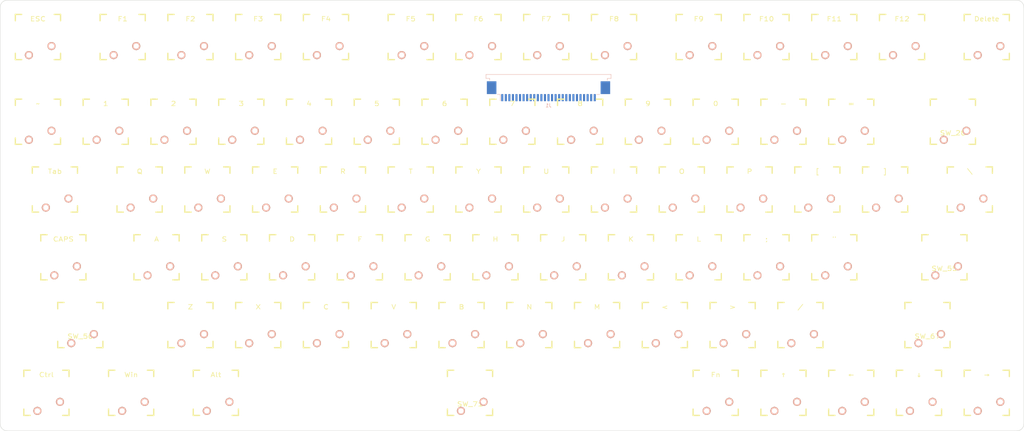
<source format=kicad_pcb>
(kicad_pcb (version 4) (host pcbnew 4.0.7)
  (layers (0 F.Cu signal) (31 B.Cu signal) (34 B.Paste user) (35 F.Paste user) (36 B.SilkS user) (37 F.SilkS user) (38 B.Mask user) (39 F.Mask user) (44 Edge.Cuts user))
  (net 0 "")
  (net 1 "Net-(J1-Pad24)")
  (net 2 "Net-(J1-Pad25)")
  (net 3 "Net-(J1-Pad26)")
  (net 4 "Net-(J1-Pad27)")
  (net 5 /Row7)
  (net 6 /Col22)
  (net 7 /Row1)
  (net 8 /Row2)
  (net 9 /Row3)
  (net 10 /Row4)
  (net 11 /Row5)
  (net 12 /Row6)
  (net 13 /Row8)
  (net 14 /Row9)
  (net 15 /Row10)
  (net 16 /Row11)
  (net 17 /Row12)
  (net 18 /Row13)
  (net 19 /Col14)
  (net 20 /Col15)
  (net 21 /Col16)
  (net 22 /Col17)
  (net 23 /Col18)
  (net 24 /Col19)
  (net 25 /Col20)
  (net 26 /Col21)
  (net 27 /Col23)
  (module footprints:CHERRY_PCB_100H (layer F.Cu) (at 304.8 128.5875 180)
    (fp_text reference SW_76 hide)
    (fp_text value → (at 0 5.08 180) (layer F.SilkS) (effects (font (size 1.27 1.524) (thickness 0.2032))))
    (pad 1 thru_hole circle (at 2.54 -5.08 180) (size 2.286 2.286) (drill 1.4986) (layers *.Cu *.SilkS *.Mask) (net 21 /Col16))
    (pad 2 thru_hole circle (at -3.81 -2.54 180) (size 2.286 2.286) (drill 1.4986) (layers *.Cu *.SilkS *.Mask) (net 13 /Row8))
    (pad HOLE np_thru_hole circle (at 0 0 180) (size 3.9878 3.9878) (drill 3.9878) (layers *.Cu))
    (pad HOLE np_thru_hole circle (at -5.08 0 180) (size 1.7018 1.7018) (drill 1.7018) (layers *.Cu))
    (pad HOLE np_thru_hole circle (at 5.08 0 180) (size 1.7018 1.7018) (drill 1.7018) (layers *.Cu))
  )
  (module footprints:CHERRY_PCB_100H (layer F.Cu) (at 285.75 128.5875 180)
    (fp_text reference SW_75 hide)
    (fp_text value ↓ (at 0 5.08 180) (layer F.SilkS) (effects (font (size 1.27 1.524) (thickness 0.2032))))
    (pad 1 thru_hole circle (at 2.54 -5.08 180) (size 2.286 2.286) (drill 1.4986) (layers *.Cu *.SilkS *.Mask) (net 25 /Col20))
    (pad 2 thru_hole circle (at -3.81 -2.54 180) (size 2.286 2.286) (drill 1.4986) (layers *.Cu *.SilkS *.Mask) (net 13 /Row8))
    (pad HOLE np_thru_hole circle (at 0 0 180) (size 3.9878 3.9878) (drill 3.9878) (layers *.Cu))
    (pad HOLE np_thru_hole circle (at -5.08 0 180) (size 1.7018 1.7018) (drill 1.7018) (layers *.Cu))
    (pad HOLE np_thru_hole circle (at 5.08 0 180) (size 1.7018 1.7018) (drill 1.7018) (layers *.Cu))
  )
  (module footprints:CHERRY_PCB_100H (layer F.Cu) (at 266.7 128.5875 180)
    (fp_text reference SW_74 hide)
    (fp_text value ← (at 0 5.08 180) (layer F.SilkS) (effects (font (size 1.27 1.524) (thickness 0.2032))))
    (pad 1 thru_hole circle (at 2.54 -5.08 180) (size 2.286 2.286) (drill 1.4986) (layers *.Cu *.SilkS *.Mask) (net 23 /Col18))
    (pad 2 thru_hole circle (at -3.81 -2.54 180) (size 2.286 2.286) (drill 1.4986) (layers *.Cu *.SilkS *.Mask) (net 13 /Row8))
    (pad HOLE np_thru_hole circle (at 0 0 180) (size 3.9878 3.9878) (drill 3.9878) (layers *.Cu))
    (pad HOLE np_thru_hole circle (at -5.08 0 180) (size 1.7018 1.7018) (drill 1.7018) (layers *.Cu))
    (pad HOLE np_thru_hole circle (at 5.08 0 180) (size 1.7018 1.7018) (drill 1.7018) (layers *.Cu))
  )
  (module footprints:CHERRY_PCB_100H (layer F.Cu) (at 247.65 128.5875 180)
    (fp_text reference SW_73 hide)
    (fp_text value ↑ (at 0 5.08 180) (layer F.SilkS) (effects (font (size 1.27 1.524) (thickness 0.2032))))
    (pad 1 thru_hole circle (at 2.54 -5.08 180) (size 2.286 2.286) (drill 1.4986) (layers *.Cu *.SilkS *.Mask) (net 6 /Col22))
    (pad 2 thru_hole circle (at -3.81 -2.54 180) (size 2.286 2.286) (drill 1.4986) (layers *.Cu *.SilkS *.Mask) (net 13 /Row8))
    (pad HOLE np_thru_hole circle (at 0 0 180) (size 3.9878 3.9878) (drill 3.9878) (layers *.Cu))
    (pad HOLE np_thru_hole circle (at -5.08 0 180) (size 1.7018 1.7018) (drill 1.7018) (layers *.Cu))
    (pad HOLE np_thru_hole circle (at 5.08 0 180) (size 1.7018 1.7018) (drill 1.7018) (layers *.Cu))
  )
  (module footprints:CHERRY_PCB_100H (layer F.Cu) (at 228.6 128.5875 180)
    (fp_text reference SW_72 hide)
    (fp_text value Fn (at 0 5.08 180) (layer F.SilkS) (effects (font (size 1.27 1.524) (thickness 0.2032))))
    (pad 1 thru_hole circle (at 2.54 -5.08 180) (size 2.286 2.286) (drill 1.4986) (layers *.Cu *.SilkS *.Mask) (net 21 /Col16))
    (pad 2 thru_hole circle (at -3.81 -2.54 180) (size 2.286 2.286) (drill 1.4986) (layers *.Cu *.SilkS *.Mask) (net 14 /Row9))
    (pad HOLE np_thru_hole circle (at 0 0 180) (size 3.9878 3.9878) (drill 3.9878) (layers *.Cu))
    (pad HOLE np_thru_hole circle (at -5.08 0 180) (size 1.7018 1.7018) (drill 1.7018) (layers *.Cu))
    (pad HOLE np_thru_hole circle (at 5.08 0 180) (size 1.7018 1.7018) (drill 1.7018) (layers *.Cu))
  )
  (module footprints:CHERRY_PCB_100H (layer F.Cu) (at 88.10625 128.5875 180)
    (fp_text reference SW_70 hide)
    (fp_text value Alt (at 0 5.08 180) (layer F.SilkS) (effects (font (size 1.27 1.524) (thickness 0.2032))))
    (pad 1 thru_hole circle (at 2.54 -5.08 180) (size 2.286 2.286) (drill 1.4986) (layers *.Cu *.SilkS *.Mask) (net 26 /Col21))
    (pad 2 thru_hole circle (at -3.81 -2.54 180) (size 2.286 2.286) (drill 1.4986) (layers *.Cu *.SilkS *.Mask) (net 17 /Row12))
    (pad HOLE np_thru_hole circle (at 0 0 180) (size 3.9878 3.9878) (drill 3.9878) (layers *.Cu))
    (pad HOLE np_thru_hole circle (at -5.08 0 180) (size 1.7018 1.7018) (drill 1.7018) (layers *.Cu))
    (pad HOLE np_thru_hole circle (at 5.08 0 180) (size 1.7018 1.7018) (drill 1.7018) (layers *.Cu))
  )
  (module footprints:CHERRY_PCB_100H (layer F.Cu) (at 64.29375 128.5875 180)
    (fp_text reference SW_69 hide)
    (fp_text value Win (at 0 5.08 180) (layer F.SilkS) (effects (font (size 1.27 1.524) (thickness 0.2032))))
    (pad 1 thru_hole circle (at 2.54 -5.08 180) (size 2.286 2.286) (drill 1.4986) (layers *.Cu *.SilkS *.Mask) (net 22 /Col17))
    (pad 2 thru_hole circle (at -3.81 -2.54 180) (size 2.286 2.286) (drill 1.4986) (layers *.Cu *.SilkS *.Mask) (net 15 /Row10))
    (pad HOLE np_thru_hole circle (at 0 0 180) (size 3.9878 3.9878) (drill 3.9878) (layers *.Cu))
    (pad HOLE np_thru_hole circle (at -5.08 0 180) (size 1.7018 1.7018) (drill 1.7018) (layers *.Cu))
    (pad HOLE np_thru_hole circle (at 5.08 0 180) (size 1.7018 1.7018) (drill 1.7018) (layers *.Cu))
  )
  (module footprints:CHERRY_PCB_100H (layer F.Cu) (at 40.48125 128.5875 180)
    (fp_text reference SW_68 hide)
    (fp_text value Ctrl (at 0 5.08 180) (layer F.SilkS) (effects (font (size 1.27 1.524) (thickness 0.2032))))
    (pad 1 thru_hole circle (at 2.54 -5.08 180) (size 2.286 2.286) (drill 1.4986) (layers *.Cu *.SilkS *.Mask) (net 24 /Col19))
    (pad 2 thru_hole circle (at -3.81 -2.54 180) (size 2.286 2.286) (drill 1.4986) (layers *.Cu *.SilkS *.Mask) (net 16 /Row11))
    (pad HOLE np_thru_hole circle (at 0 0 180) (size 3.9878 3.9878) (drill 3.9878) (layers *.Cu))
    (pad HOLE np_thru_hole circle (at -5.08 0 180) (size 1.7018 1.7018) (drill 1.7018) (layers *.Cu))
    (pad HOLE np_thru_hole circle (at 5.08 0 180) (size 1.7018 1.7018) (drill 1.7018) (layers *.Cu))
  )
  (module footprints:CHERRY_PCB_100H (layer F.Cu) (at 252.4125 109.5375 180)
    (fp_text reference SW_66 hide)
    (fp_text value / (at 0 5.08 180) (layer F.SilkS) (effects (font (size 1.27 1.524) (thickness 0.2032))))
    (pad 1 thru_hole circle (at 2.54 -5.08 180) (size 2.286 2.286) (drill 1.4986) (layers *.Cu *.SilkS *.Mask) (net 23 /Col18))
    (pad 2 thru_hole circle (at -3.81 -2.54 180) (size 2.286 2.286) (drill 1.4986) (layers *.Cu *.SilkS *.Mask) (net 11 /Row5))
    (pad HOLE np_thru_hole circle (at 0 0 180) (size 3.9878 3.9878) (drill 3.9878) (layers *.Cu))
    (pad HOLE np_thru_hole circle (at -5.08 0 180) (size 1.7018 1.7018) (drill 1.7018) (layers *.Cu))
    (pad HOLE np_thru_hole circle (at 5.08 0 180) (size 1.7018 1.7018) (drill 1.7018) (layers *.Cu))
  )
  (module footprints:CHERRY_PCB_100H (layer F.Cu) (at 233.3625 109.5375 180)
    (fp_text reference SW_65 hide)
    (fp_text value > (at 0 5.08 180) (layer F.SilkS) (effects (font (size 1.27 1.524) (thickness 0.2032))))
    (pad 1 thru_hole circle (at 2.54 -5.08 180) (size 2.286 2.286) (drill 1.4986) (layers *.Cu *.SilkS *.Mask) (net 20 /Col15))
    (pad 2 thru_hole circle (at -3.81 -2.54 180) (size 2.286 2.286) (drill 1.4986) (layers *.Cu *.SilkS *.Mask) (net 12 /Row6))
    (pad HOLE np_thru_hole circle (at 0 0 180) (size 3.9878 3.9878) (drill 3.9878) (layers *.Cu))
    (pad HOLE np_thru_hole circle (at -5.08 0 180) (size 1.7018 1.7018) (drill 1.7018) (layers *.Cu))
    (pad HOLE np_thru_hole circle (at 5.08 0 180) (size 1.7018 1.7018) (drill 1.7018) (layers *.Cu))
  )
  (module footprints:CHERRY_PCB_100H (layer F.Cu) (at 214.3125 109.5375 180)
    (fp_text reference SW_64 hide)
    (fp_text value < (at 0 5.08 180) (layer F.SilkS) (effects (font (size 1.27 1.524) (thickness 0.2032))))
    (pad 1 thru_hole circle (at 2.54 -5.08 180) (size 2.286 2.286) (drill 1.4986) (layers *.Cu *.SilkS *.Mask) (net 22 /Col17))
    (pad 2 thru_hole circle (at -3.81 -2.54 180) (size 2.286 2.286) (drill 1.4986) (layers *.Cu *.SilkS *.Mask) (net 10 /Row4))
    (pad HOLE np_thru_hole circle (at 0 0 180) (size 3.9878 3.9878) (drill 3.9878) (layers *.Cu))
    (pad HOLE np_thru_hole circle (at -5.08 0 180) (size 1.7018 1.7018) (drill 1.7018) (layers *.Cu))
    (pad HOLE np_thru_hole circle (at 5.08 0 180) (size 1.7018 1.7018) (drill 1.7018) (layers *.Cu))
  )
  (module footprints:CHERRY_PCB_100H (layer F.Cu) (at 195.2625 109.5375 180)
    (fp_text reference SW_63 hide)
    (fp_text value M (at 0 5.08 180) (layer F.SilkS) (effects (font (size 1.27 1.524) (thickness 0.2032))))
    (pad 1 thru_hole circle (at 2.54 -5.08 180) (size 2.286 2.286) (drill 1.4986) (layers *.Cu *.SilkS *.Mask) (net 6 /Col22))
    (pad 2 thru_hole circle (at -3.81 -2.54 180) (size 2.286 2.286) (drill 1.4986) (layers *.Cu *.SilkS *.Mask) (net 11 /Row5))
    (pad HOLE np_thru_hole circle (at 0 0 180) (size 3.9878 3.9878) (drill 3.9878) (layers *.Cu))
    (pad HOLE np_thru_hole circle (at -5.08 0 180) (size 1.7018 1.7018) (drill 1.7018) (layers *.Cu))
    (pad HOLE np_thru_hole circle (at 5.08 0 180) (size 1.7018 1.7018) (drill 1.7018) (layers *.Cu))
  )
  (module footprints:CHERRY_PCB_100H (layer F.Cu) (at 176.2125 109.5375 180)
    (fp_text reference SW_62 hide)
    (fp_text value N (at 0 5.08 180) (layer F.SilkS) (effects (font (size 1.27 1.524) (thickness 0.2032))))
    (pad 1 thru_hole circle (at 2.54 -5.08 180) (size 2.286 2.286) (drill 1.4986) (layers *.Cu *.SilkS *.Mask) (net 22 /Col17))
    (pad 2 thru_hole circle (at -3.81 -2.54 180) (size 2.286 2.286) (drill 1.4986) (layers *.Cu *.SilkS *.Mask) (net 13 /Row8))
    (pad HOLE np_thru_hole circle (at 0 0 180) (size 3.9878 3.9878) (drill 3.9878) (layers *.Cu))
    (pad HOLE np_thru_hole circle (at -5.08 0 180) (size 1.7018 1.7018) (drill 1.7018) (layers *.Cu))
    (pad HOLE np_thru_hole circle (at 5.08 0 180) (size 1.7018 1.7018) (drill 1.7018) (layers *.Cu))
  )
  (module footprints:CHERRY_PCB_100H (layer F.Cu) (at 157.1625 109.5375 180)
    (fp_text reference SW_61 hide)
    (fp_text value B (at 0 5.08 180) (layer F.SilkS) (effects (font (size 1.27 1.524) (thickness 0.2032))))
    (pad 1 thru_hole circle (at 2.54 -5.08 180) (size 2.286 2.286) (drill 1.4986) (layers *.Cu *.SilkS *.Mask) (net 27 /Col23))
    (pad 2 thru_hole circle (at -3.81 -2.54 180) (size 2.286 2.286) (drill 1.4986) (layers *.Cu *.SilkS *.Mask) (net 10 /Row4))
    (pad HOLE np_thru_hole circle (at 0 0 180) (size 3.9878 3.9878) (drill 3.9878) (layers *.Cu))
    (pad HOLE np_thru_hole circle (at -5.08 0 180) (size 1.7018 1.7018) (drill 1.7018) (layers *.Cu))
    (pad HOLE np_thru_hole circle (at 5.08 0 180) (size 1.7018 1.7018) (drill 1.7018) (layers *.Cu))
  )
  (module footprints:CHERRY_PCB_100H (layer F.Cu) (at 138.1125 109.5375 180)
    (fp_text reference SW_60 hide)
    (fp_text value V (at 0 5.08 180) (layer F.SilkS) (effects (font (size 1.27 1.524) (thickness 0.2032))))
    (pad 1 thru_hole circle (at 2.54 -5.08 180) (size 2.286 2.286) (drill 1.4986) (layers *.Cu *.SilkS *.Mask) (net 23 /Col18))
    (pad 2 thru_hole circle (at -3.81 -2.54 180) (size 2.286 2.286) (drill 1.4986) (layers *.Cu *.SilkS *.Mask) (net 9 /Row3))
    (pad HOLE np_thru_hole circle (at 0 0 180) (size 3.9878 3.9878) (drill 3.9878) (layers *.Cu))
    (pad HOLE np_thru_hole circle (at -5.08 0 180) (size 1.7018 1.7018) (drill 1.7018) (layers *.Cu))
    (pad HOLE np_thru_hole circle (at 5.08 0 180) (size 1.7018 1.7018) (drill 1.7018) (layers *.Cu))
  )
  (module footprints:CHERRY_PCB_100H (layer F.Cu) (at 119.0625 109.5375 180)
    (fp_text reference SW_59 hide)
    (fp_text value C (at 0 5.08 180) (layer F.SilkS) (effects (font (size 1.27 1.524) (thickness 0.2032))))
    (pad 1 thru_hole circle (at 2.54 -5.08 180) (size 2.286 2.286) (drill 1.4986) (layers *.Cu *.SilkS *.Mask) (net 19 /Col14))
    (pad 2 thru_hole circle (at -3.81 -2.54 180) (size 2.286 2.286) (drill 1.4986) (layers *.Cu *.SilkS *.Mask) (net 16 /Row11))
    (pad HOLE np_thru_hole circle (at 0 0 180) (size 3.9878 3.9878) (drill 3.9878) (layers *.Cu))
    (pad HOLE np_thru_hole circle (at -5.08 0 180) (size 1.7018 1.7018) (drill 1.7018) (layers *.Cu))
    (pad HOLE np_thru_hole circle (at 5.08 0 180) (size 1.7018 1.7018) (drill 1.7018) (layers *.Cu))
  )
  (module footprints:CHERRY_PCB_100H (layer F.Cu) (at 100.0125 109.5375 180)
    (fp_text reference SW_58 hide)
    (fp_text value X (at 0 5.08 180) (layer F.SilkS) (effects (font (size 1.27 1.524) (thickness 0.2032))))
    (pad 1 thru_hole circle (at 2.54 -5.08 180) (size 2.286 2.286) (drill 1.4986) (layers *.Cu *.SilkS *.Mask) (net 27 /Col23))
    (pad 2 thru_hole circle (at -3.81 -2.54 180) (size 2.286 2.286) (drill 1.4986) (layers *.Cu *.SilkS *.Mask) (net 11 /Row5))
    (pad HOLE np_thru_hole circle (at 0 0 180) (size 3.9878 3.9878) (drill 3.9878) (layers *.Cu))
    (pad HOLE np_thru_hole circle (at -5.08 0 180) (size 1.7018 1.7018) (drill 1.7018) (layers *.Cu))
    (pad HOLE np_thru_hole circle (at 5.08 0 180) (size 1.7018 1.7018) (drill 1.7018) (layers *.Cu))
  )
  (module footprints:CHERRY_PCB_100H (layer F.Cu) (at 80.9625 109.5375 180)
    (fp_text reference SW_57 hide)
    (fp_text value Z (at 0 5.08 180) (layer F.SilkS) (effects (font (size 1.27 1.524) (thickness 0.2032))))
    (pad 1 thru_hole circle (at 2.54 -5.08 180) (size 2.286 2.286) (drill 1.4986) (layers *.Cu *.SilkS *.Mask) (net 20 /Col15))
    (pad 2 thru_hole circle (at -3.81 -2.54 180) (size 2.286 2.286) (drill 1.4986) (layers *.Cu *.SilkS *.Mask) (net 15 /Row10))
    (pad HOLE np_thru_hole circle (at 0 0 180) (size 3.9878 3.9878) (drill 3.9878) (layers *.Cu))
    (pad HOLE np_thru_hole circle (at -5.08 0 180) (size 1.7018 1.7018) (drill 1.7018) (layers *.Cu))
    (pad HOLE np_thru_hole circle (at 5.08 0 180) (size 1.7018 1.7018) (drill 1.7018) (layers *.Cu))
  )
  (module footprints:CHERRY_PCB_100H (layer F.Cu) (at 261.9375 90.4875 180)
    (fp_text reference SW_54 hide)
    (fp_text value "\"" (at 0 5.08 180) (layer F.SilkS) (effects (font (size 1.27 1.524) (thickness 0.2032))))
    (pad 1 thru_hole circle (at 2.54 -5.08 180) (size 2.286 2.286) (drill 1.4986) (layers *.Cu *.SilkS *.Mask) (net 24 /Col19))
    (pad 2 thru_hole circle (at -3.81 -2.54 180) (size 2.286 2.286) (drill 1.4986) (layers *.Cu *.SilkS *.Mask) (net 5 /Row7))
    (pad HOLE np_thru_hole circle (at 0 0 180) (size 3.9878 3.9878) (drill 3.9878) (layers *.Cu))
    (pad HOLE np_thru_hole circle (at -5.08 0 180) (size 1.7018 1.7018) (drill 1.7018) (layers *.Cu))
    (pad HOLE np_thru_hole circle (at 5.08 0 180) (size 1.7018 1.7018) (drill 1.7018) (layers *.Cu))
  )
  (module footprints:CHERRY_PCB_100H (layer F.Cu) (at 242.8875 90.4875 180)
    (fp_text reference SW_53 hide)
    (fp_text value ; (at 0 5.08 180) (layer F.SilkS) (effects (font (size 1.27 1.524) (thickness 0.2032))))
    (pad 1 thru_hole circle (at 2.54 -5.08 180) (size 2.286 2.286) (drill 1.4986) (layers *.Cu *.SilkS *.Mask) (net 20 /Col15))
    (pad 2 thru_hole circle (at -3.81 -2.54 180) (size 2.286 2.286) (drill 1.4986) (layers *.Cu *.SilkS *.Mask) (net 5 /Row7))
    (pad HOLE np_thru_hole circle (at 0 0 180) (size 3.9878 3.9878) (drill 3.9878) (layers *.Cu))
    (pad HOLE np_thru_hole circle (at -5.08 0 180) (size 1.7018 1.7018) (drill 1.7018) (layers *.Cu))
    (pad HOLE np_thru_hole circle (at 5.08 0 180) (size 1.7018 1.7018) (drill 1.7018) (layers *.Cu))
  )
  (module footprints:CHERRY_PCB_100H (layer F.Cu) (at 223.8375 90.4875 180)
    (fp_text reference SW_52 hide)
    (fp_text value L (at 0 5.08 180) (layer F.SilkS) (effects (font (size 1.27 1.524) (thickness 0.2032))))
    (pad 1 thru_hole circle (at 2.54 -5.08 180) (size 2.286 2.286) (drill 1.4986) (layers *.Cu *.SilkS *.Mask) (net 24 /Col19))
    (pad 2 thru_hole circle (at -3.81 -2.54 180) (size 2.286 2.286) (drill 1.4986) (layers *.Cu *.SilkS *.Mask) (net 11 /Row5))
    (pad HOLE np_thru_hole circle (at 0 0 180) (size 3.9878 3.9878) (drill 3.9878) (layers *.Cu))
    (pad HOLE np_thru_hole circle (at -5.08 0 180) (size 1.7018 1.7018) (drill 1.7018) (layers *.Cu))
    (pad HOLE np_thru_hole circle (at 5.08 0 180) (size 1.7018 1.7018) (drill 1.7018) (layers *.Cu))
  )
  (module footprints:CHERRY_PCB_100H (layer F.Cu) (at 204.7875 90.4875 180)
    (fp_text reference SW_51 hide)
    (fp_text value K (at 0 5.08 180) (layer F.SilkS) (effects (font (size 1.27 1.524) (thickness 0.2032))))
    (pad 1 thru_hole circle (at 2.54 -5.08 180) (size 2.286 2.286) (drill 1.4986) (layers *.Cu *.SilkS *.Mask) (net 26 /Col21))
    (pad 2 thru_hole circle (at -3.81 -2.54 180) (size 2.286 2.286) (drill 1.4986) (layers *.Cu *.SilkS *.Mask) (net 5 /Row7))
    (pad HOLE np_thru_hole circle (at 0 0 180) (size 3.9878 3.9878) (drill 3.9878) (layers *.Cu))
    (pad HOLE np_thru_hole circle (at -5.08 0 180) (size 1.7018 1.7018) (drill 1.7018) (layers *.Cu))
    (pad HOLE np_thru_hole circle (at 5.08 0 180) (size 1.7018 1.7018) (drill 1.7018) (layers *.Cu))
  )
  (module footprints:CHERRY_PCB_100H (layer F.Cu) (at 185.7375 90.4875 180)
    (fp_text reference SW_50 hide)
    (fp_text value J (at 0 5.08 180) (layer F.SilkS) (effects (font (size 1.27 1.524) (thickness 0.2032))))
    (pad 1 thru_hole circle (at 2.54 -5.08 180) (size 2.286 2.286) (drill 1.4986) (layers *.Cu *.SilkS *.Mask) (net 26 /Col21))
    (pad 2 thru_hole circle (at -3.81 -2.54 180) (size 2.286 2.286) (drill 1.4986) (layers *.Cu *.SilkS *.Mask) (net 12 /Row6))
    (pad HOLE np_thru_hole circle (at 0 0 180) (size 3.9878 3.9878) (drill 3.9878) (layers *.Cu))
    (pad HOLE np_thru_hole circle (at -5.08 0 180) (size 1.7018 1.7018) (drill 1.7018) (layers *.Cu))
    (pad HOLE np_thru_hole circle (at 5.08 0 180) (size 1.7018 1.7018) (drill 1.7018) (layers *.Cu))
  )
  (module footprints:CHERRY_PCB_100H (layer F.Cu) (at 166.6875 90.4875 180)
    (fp_text reference SW_49 hide)
    (fp_text value H (at 0 5.08 180) (layer F.SilkS) (effects (font (size 1.27 1.524) (thickness 0.2032))))
    (pad 1 thru_hole circle (at 2.54 -5.08 180) (size 2.286 2.286) (drill 1.4986) (layers *.Cu *.SilkS *.Mask) (net 26 /Col21))
    (pad 2 thru_hole circle (at -3.81 -2.54 180) (size 2.286 2.286) (drill 1.4986) (layers *.Cu *.SilkS *.Mask) (net 11 /Row5))
    (pad HOLE np_thru_hole circle (at 0 0 180) (size 3.9878 3.9878) (drill 3.9878) (layers *.Cu))
    (pad HOLE np_thru_hole circle (at -5.08 0 180) (size 1.7018 1.7018) (drill 1.7018) (layers *.Cu))
    (pad HOLE np_thru_hole circle (at 5.08 0 180) (size 1.7018 1.7018) (drill 1.7018) (layers *.Cu))
  )
  (module footprints:CHERRY_PCB_100H (layer F.Cu) (at 147.6375 90.4875 180)
    (fp_text reference SW_48 hide)
    (fp_text value G (at 0 5.08 180) (layer F.SilkS) (effects (font (size 1.27 1.524) (thickness 0.2032))))
    (pad 1 thru_hole circle (at 2.54 -5.08 180) (size 2.286 2.286) (drill 1.4986) (layers *.Cu *.SilkS *.Mask) (net 19 /Col14))
    (pad 2 thru_hole circle (at -3.81 -2.54 180) (size 2.286 2.286) (drill 1.4986) (layers *.Cu *.SilkS *.Mask) (net 15 /Row10))
    (pad HOLE np_thru_hole circle (at 0 0 180) (size 3.9878 3.9878) (drill 3.9878) (layers *.Cu))
    (pad HOLE np_thru_hole circle (at -5.08 0 180) (size 1.7018 1.7018) (drill 1.7018) (layers *.Cu))
    (pad HOLE np_thru_hole circle (at 5.08 0 180) (size 1.7018 1.7018) (drill 1.7018) (layers *.Cu))
  )
  (module footprints:CHERRY_PCB_100H (layer F.Cu) (at 128.5875 90.4875 180)
    (fp_text reference SW_47 hide)
    (fp_text value F (at 0 5.08 180) (layer F.SilkS) (effects (font (size 1.27 1.524) (thickness 0.2032))))
    (pad 1 thru_hole circle (at 2.54 -5.08 180) (size 2.286 2.286) (drill 1.4986) (layers *.Cu *.SilkS *.Mask) (net 20 /Col15))
    (pad 2 thru_hole circle (at -3.81 -2.54 180) (size 2.286 2.286) (drill 1.4986) (layers *.Cu *.SilkS *.Mask) (net 8 /Row2))
    (pad HOLE np_thru_hole circle (at 0 0 180) (size 3.9878 3.9878) (drill 3.9878) (layers *.Cu))
    (pad HOLE np_thru_hole circle (at -5.08 0 180) (size 1.7018 1.7018) (drill 1.7018) (layers *.Cu))
    (pad HOLE np_thru_hole circle (at 5.08 0 180) (size 1.7018 1.7018) (drill 1.7018) (layers *.Cu))
  )
  (module footprints:CHERRY_PCB_100H (layer F.Cu) (at 109.5375 90.4875 180)
    (fp_text reference SW_46 hide)
    (fp_text value D (at 0 5.08 180) (layer F.SilkS) (effects (font (size 1.27 1.524) (thickness 0.2032))))
    (pad 1 thru_hole circle (at 2.54 -5.08 180) (size 2.286 2.286) (drill 1.4986) (layers *.Cu *.SilkS *.Mask) (net 24 /Col19))
    (pad 2 thru_hole circle (at -3.81 -2.54 180) (size 2.286 2.286) (drill 1.4986) (layers *.Cu *.SilkS *.Mask) (net 10 /Row4))
    (pad HOLE np_thru_hole circle (at 0 0 180) (size 3.9878 3.9878) (drill 3.9878) (layers *.Cu))
    (pad HOLE np_thru_hole circle (at -5.08 0 180) (size 1.7018 1.7018) (drill 1.7018) (layers *.Cu))
    (pad HOLE np_thru_hole circle (at 5.08 0 180) (size 1.7018 1.7018) (drill 1.7018) (layers *.Cu))
  )
  (module footprints:CHERRY_PCB_100H (layer F.Cu) (at 90.4875 90.4875 180)
    (fp_text reference SW_45 hide)
    (fp_text value S (at 0 5.08 180) (layer F.SilkS) (effects (font (size 1.27 1.524) (thickness 0.2032))))
    (pad 1 thru_hole circle (at 2.54 -5.08 180) (size 2.286 2.286) (drill 1.4986) (layers *.Cu *.SilkS *.Mask) (net 26 /Col21))
    (pad 2 thru_hole circle (at -3.81 -2.54 180) (size 2.286 2.286) (drill 1.4986) (layers *.Cu *.SilkS *.Mask) (net 9 /Row3))
    (pad HOLE np_thru_hole circle (at 0 0 180) (size 3.9878 3.9878) (drill 3.9878) (layers *.Cu))
    (pad HOLE np_thru_hole circle (at -5.08 0 180) (size 1.7018 1.7018) (drill 1.7018) (layers *.Cu))
    (pad HOLE np_thru_hole circle (at 5.08 0 180) (size 1.7018 1.7018) (drill 1.7018) (layers *.Cu))
  )
  (module footprints:CHERRY_PCB_100H (layer F.Cu) (at 71.4375 90.4875 180)
    (fp_text reference SW_44 hide)
    (fp_text value A (at 0 5.08 180) (layer F.SilkS) (effects (font (size 1.27 1.524) (thickness 0.2032))))
    (pad 1 thru_hole circle (at 2.54 -5.08 180) (size 2.286 2.286) (drill 1.4986) (layers *.Cu *.SilkS *.Mask) (net 20 /Col15))
    (pad 2 thru_hole circle (at -3.81 -2.54 180) (size 2.286 2.286) (drill 1.4986) (layers *.Cu *.SilkS *.Mask) (net 7 /Row1))
    (pad HOLE np_thru_hole circle (at 0 0 180) (size 3.9878 3.9878) (drill 3.9878) (layers *.Cu))
    (pad HOLE np_thru_hole circle (at -5.08 0 180) (size 1.7018 1.7018) (drill 1.7018) (layers *.Cu))
    (pad HOLE np_thru_hole circle (at 5.08 0 180) (size 1.7018 1.7018) (drill 1.7018) (layers *.Cu))
  )
  (module footprints:CHERRY_PCB_100H (layer F.Cu) (at 276.225 71.4375 180)
    (fp_text reference SW_41 hide)
    (fp_text value ] (at 0 5.08 180) (layer F.SilkS) (effects (font (size 1.27 1.524) (thickness 0.2032))))
    (pad 1 thru_hole circle (at 2.54 -5.08 180) (size 2.286 2.286) (drill 1.4986) (layers *.Cu *.SilkS *.Mask) (net 24 /Col19))
    (pad 2 thru_hole circle (at -3.81 -2.54 180) (size 2.286 2.286) (drill 1.4986) (layers *.Cu *.SilkS *.Mask) (net 12 /Row6))
    (pad HOLE np_thru_hole circle (at 0 0 180) (size 3.9878 3.9878) (drill 3.9878) (layers *.Cu))
    (pad HOLE np_thru_hole circle (at -5.08 0 180) (size 1.7018 1.7018) (drill 1.7018) (layers *.Cu))
    (pad HOLE np_thru_hole circle (at 5.08 0 180) (size 1.7018 1.7018) (drill 1.7018) (layers *.Cu))
  )
  (module footprints:CHERRY_PCB_100H (layer F.Cu) (at 257.175 71.4375 180)
    (fp_text reference SW_40 hide)
    (fp_text value [ (at 0 5.08 180) (layer F.SilkS) (effects (font (size 1.27 1.524) (thickness 0.2032))))
    (pad 1 thru_hole circle (at 2.54 -5.08 180) (size 2.286 2.286) (drill 1.4986) (layers *.Cu *.SilkS *.Mask) (net 20 /Col15))
    (pad 2 thru_hole circle (at -3.81 -2.54 180) (size 2.286 2.286) (drill 1.4986) (layers *.Cu *.SilkS *.Mask) (net 9 /Row3))
    (pad HOLE np_thru_hole circle (at 0 0 180) (size 3.9878 3.9878) (drill 3.9878) (layers *.Cu))
    (pad HOLE np_thru_hole circle (at -5.08 0 180) (size 1.7018 1.7018) (drill 1.7018) (layers *.Cu))
    (pad HOLE np_thru_hole circle (at 5.08 0 180) (size 1.7018 1.7018) (drill 1.7018) (layers *.Cu))
  )
  (module footprints:CHERRY_PCB_100H (layer F.Cu) (at 238.125 71.4375 180)
    (fp_text reference SW_39 hide)
    (fp_text value P (at 0 5.08 180) (layer F.SilkS) (effects (font (size 1.27 1.524) (thickness 0.2032))))
    (pad 1 thru_hole circle (at 2.54 -5.08 180) (size 2.286 2.286) (drill 1.4986) (layers *.Cu *.SilkS *.Mask) (net 20 /Col15))
    (pad 2 thru_hole circle (at -3.81 -2.54 180) (size 2.286 2.286) (drill 1.4986) (layers *.Cu *.SilkS *.Mask) (net 17 /Row12))
    (pad HOLE np_thru_hole circle (at 0 0 180) (size 3.9878 3.9878) (drill 3.9878) (layers *.Cu))
    (pad HOLE np_thru_hole circle (at -5.08 0 180) (size 1.7018 1.7018) (drill 1.7018) (layers *.Cu))
    (pad HOLE np_thru_hole circle (at 5.08 0 180) (size 1.7018 1.7018) (drill 1.7018) (layers *.Cu))
  )
  (module footprints:CHERRY_PCB_100H (layer F.Cu) (at 219.075 71.4375 180)
    (fp_text reference SW_38 hide)
    (fp_text value O (at 0 5.08 180) (layer F.SilkS) (effects (font (size 1.27 1.524) (thickness 0.2032))))
    (pad 1 thru_hole circle (at 2.54 -5.08 180) (size 2.286 2.286) (drill 1.4986) (layers *.Cu *.SilkS *.Mask) (net 25 /Col20))
    (pad 2 thru_hole circle (at -3.81 -2.54 180) (size 2.286 2.286) (drill 1.4986) (layers *.Cu *.SilkS *.Mask) (net 9 /Row3))
    (pad HOLE np_thru_hole circle (at 0 0 180) (size 3.9878 3.9878) (drill 3.9878) (layers *.Cu))
    (pad HOLE np_thru_hole circle (at -5.08 0 180) (size 1.7018 1.7018) (drill 1.7018) (layers *.Cu))
    (pad HOLE np_thru_hole circle (at 5.08 0 180) (size 1.7018 1.7018) (drill 1.7018) (layers *.Cu))
  )
  (module footprints:CHERRY_PCB_100H (layer F.Cu) (at 200.025 71.4375 180)
    (fp_text reference SW_37 hide)
    (fp_text value I (at 0 5.08 180) (layer F.SilkS) (effects (font (size 1.27 1.524) (thickness 0.2032))))
    (pad 1 thru_hole circle (at 2.54 -5.08 180) (size 2.286 2.286) (drill 1.4986) (layers *.Cu *.SilkS *.Mask) (net 20 /Col15))
    (pad 2 thru_hole circle (at -3.81 -2.54 180) (size 2.286 2.286) (drill 1.4986) (layers *.Cu *.SilkS *.Mask) (net 14 /Row9))
    (pad HOLE np_thru_hole circle (at 0 0 180) (size 3.9878 3.9878) (drill 3.9878) (layers *.Cu))
    (pad HOLE np_thru_hole circle (at -5.08 0 180) (size 1.7018 1.7018) (drill 1.7018) (layers *.Cu))
    (pad HOLE np_thru_hole circle (at 5.08 0 180) (size 1.7018 1.7018) (drill 1.7018) (layers *.Cu))
  )
  (module footprints:CHERRY_PCB_100H (layer F.Cu) (at 180.975 71.4375 180)
    (fp_text reference SW_36 hide)
    (fp_text value U (at 0 5.08 180) (layer F.SilkS) (effects (font (size 1.27 1.524) (thickness 0.2032))))
    (pad 1 thru_hole circle (at 2.54 -5.08 180) (size 2.286 2.286) (drill 1.4986) (layers *.Cu *.SilkS *.Mask) (net 24 /Col19))
    (pad 2 thru_hole circle (at -3.81 -2.54 180) (size 2.286 2.286) (drill 1.4986) (layers *.Cu *.SilkS *.Mask) (net 13 /Row8))
    (pad HOLE np_thru_hole circle (at 0 0 180) (size 3.9878 3.9878) (drill 3.9878) (layers *.Cu))
    (pad HOLE np_thru_hole circle (at -5.08 0 180) (size 1.7018 1.7018) (drill 1.7018) (layers *.Cu))
    (pad HOLE np_thru_hole circle (at 5.08 0 180) (size 1.7018 1.7018) (drill 1.7018) (layers *.Cu))
  )
  (module footprints:CHERRY_PCB_100H (layer F.Cu) (at 161.925 71.4375 180)
    (fp_text reference SW_35 hide)
    (fp_text value Y (at 0 5.08 180) (layer F.SilkS) (effects (font (size 1.27 1.524) (thickness 0.2032))))
    (pad 1 thru_hole circle (at 2.54 -5.08 180) (size 2.286 2.286) (drill 1.4986) (layers *.Cu *.SilkS *.Mask) (net 23 /Col18))
    (pad 2 thru_hole circle (at -3.81 -2.54 180) (size 2.286 2.286) (drill 1.4986) (layers *.Cu *.SilkS *.Mask) (net 10 /Row4))
    (pad HOLE np_thru_hole circle (at 0 0 180) (size 3.9878 3.9878) (drill 3.9878) (layers *.Cu))
    (pad HOLE np_thru_hole circle (at -5.08 0 180) (size 1.7018 1.7018) (drill 1.7018) (layers *.Cu))
    (pad HOLE np_thru_hole circle (at 5.08 0 180) (size 1.7018 1.7018) (drill 1.7018) (layers *.Cu))
  )
  (module footprints:CHERRY_PCB_100H (layer F.Cu) (at 142.875 71.4375 180)
    (fp_text reference SW_34 hide)
    (fp_text value T (at 0 5.08 180) (layer F.SilkS) (effects (font (size 1.27 1.524) (thickness 0.2032))))
    (pad 1 thru_hole circle (at 2.54 -5.08 180) (size 2.286 2.286) (drill 1.4986) (layers *.Cu *.SilkS *.Mask) (net 21 /Col16))
    (pad 2 thru_hole circle (at -3.81 -2.54 180) (size 2.286 2.286) (drill 1.4986) (layers *.Cu *.SilkS *.Mask) (net 10 /Row4))
    (pad HOLE np_thru_hole circle (at 0 0 180) (size 3.9878 3.9878) (drill 3.9878) (layers *.Cu))
    (pad HOLE np_thru_hole circle (at -5.08 0 180) (size 1.7018 1.7018) (drill 1.7018) (layers *.Cu))
    (pad HOLE np_thru_hole circle (at 5.08 0 180) (size 1.7018 1.7018) (drill 1.7018) (layers *.Cu))
  )
  (module footprints:CHERRY_PCB_100H (layer F.Cu) (at 123.825 71.4375 180)
    (fp_text reference SW_33 hide)
    (fp_text value R (at 0 5.08 180) (layer F.SilkS) (effects (font (size 1.27 1.524) (thickness 0.2032))))
    (pad 1 thru_hole circle (at 2.54 -5.08 180) (size 2.286 2.286) (drill 1.4986) (layers *.Cu *.SilkS *.Mask) (net 20 /Col15))
    (pad 2 thru_hole circle (at -3.81 -2.54 180) (size 2.286 2.286) (drill 1.4986) (layers *.Cu *.SilkS *.Mask) (net 11 /Row5))
    (pad HOLE np_thru_hole circle (at 0 0 180) (size 3.9878 3.9878) (drill 3.9878) (layers *.Cu))
    (pad HOLE np_thru_hole circle (at -5.08 0 180) (size 1.7018 1.7018) (drill 1.7018) (layers *.Cu))
    (pad HOLE np_thru_hole circle (at 5.08 0 180) (size 1.7018 1.7018) (drill 1.7018) (layers *.Cu))
  )
  (module footprints:CHERRY_PCB_100H (layer F.Cu) (at 104.775 71.4375 180)
    (fp_text reference SW_32 hide)
    (fp_text value E (at 0 5.08 180) (layer F.SilkS) (effects (font (size 1.27 1.524) (thickness 0.2032))))
    (pad 1 thru_hole circle (at 2.54 -5.08 180) (size 2.286 2.286) (drill 1.4986) (layers *.Cu *.SilkS *.Mask) (net 22 /Col17))
    (pad 2 thru_hole circle (at -3.81 -2.54 180) (size 2.286 2.286) (drill 1.4986) (layers *.Cu *.SilkS *.Mask) (net 12 /Row6))
    (pad HOLE np_thru_hole circle (at 0 0 180) (size 3.9878 3.9878) (drill 3.9878) (layers *.Cu))
    (pad HOLE np_thru_hole circle (at -5.08 0 180) (size 1.7018 1.7018) (drill 1.7018) (layers *.Cu))
    (pad HOLE np_thru_hole circle (at 5.08 0 180) (size 1.7018 1.7018) (drill 1.7018) (layers *.Cu))
  )
  (module footprints:CHERRY_PCB_100H (layer F.Cu) (at 85.725 71.4375 180)
    (fp_text reference SW_31 hide)
    (fp_text value W (at 0 5.08 180) (layer F.SilkS) (effects (font (size 1.27 1.524) (thickness 0.2032))))
    (pad 1 thru_hole circle (at 2.54 -5.08 180) (size 2.286 2.286) (drill 1.4986) (layers *.Cu *.SilkS *.Mask) (net 22 /Col17))
    (pad 2 thru_hole circle (at -3.81 -2.54 180) (size 2.286 2.286) (drill 1.4986) (layers *.Cu *.SilkS *.Mask) (net 5 /Row7))
    (pad HOLE np_thru_hole circle (at 0 0 180) (size 3.9878 3.9878) (drill 3.9878) (layers *.Cu))
    (pad HOLE np_thru_hole circle (at -5.08 0 180) (size 1.7018 1.7018) (drill 1.7018) (layers *.Cu))
    (pad HOLE np_thru_hole circle (at 5.08 0 180) (size 1.7018 1.7018) (drill 1.7018) (layers *.Cu))
  )
  (module footprints:CHERRY_PCB_100H (layer F.Cu) (at 66.675 71.4375 180)
    (fp_text reference SW_30 hide)
    (fp_text value Q (at 0 5.08 180) (layer F.SilkS) (effects (font (size 1.27 1.524) (thickness 0.2032))))
    (pad 1 thru_hole circle (at 2.54 -5.08 180) (size 2.286 2.286) (drill 1.4986) (layers *.Cu *.SilkS *.Mask) (net 27 /Col23))
    (pad 2 thru_hole circle (at -3.81 -2.54 180) (size 2.286 2.286) (drill 1.4986) (layers *.Cu *.SilkS *.Mask) (net 9 /Row3))
    (pad HOLE np_thru_hole circle (at 0 0 180) (size 3.9878 3.9878) (drill 3.9878) (layers *.Cu))
    (pad HOLE np_thru_hole circle (at -5.08 0 180) (size 1.7018 1.7018) (drill 1.7018) (layers *.Cu))
    (pad HOLE np_thru_hole circle (at 5.08 0 180) (size 1.7018 1.7018) (drill 1.7018) (layers *.Cu))
  )
  (module footprints:CHERRY_PCB_100H (layer F.Cu) (at 266.7 52.3875 180)
    (fp_text reference SW_27 hide)
    (fp_text value = (at 0 5.08 180) (layer F.SilkS) (effects (font (size 1.27 1.524) (thickness 0.2032))))
    (pad 1 thru_hole circle (at 2.54 -5.08 180) (size 2.286 2.286) (drill 1.4986) (layers *.Cu *.SilkS *.Mask) (net 19 /Col14))
    (pad 2 thru_hole circle (at -3.81 -2.54 180) (size 2.286 2.286) (drill 1.4986) (layers *.Cu *.SilkS *.Mask) (net 5 /Row7))
    (pad HOLE np_thru_hole circle (at 0 0 180) (size 3.9878 3.9878) (drill 3.9878) (layers *.Cu))
    (pad HOLE np_thru_hole circle (at -5.08 0 180) (size 1.7018 1.7018) (drill 1.7018) (layers *.Cu))
    (pad HOLE np_thru_hole circle (at 5.08 0 180) (size 1.7018 1.7018) (drill 1.7018) (layers *.Cu))
  )
  (module footprints:CHERRY_PCB_100H (layer F.Cu) (at 247.65 52.3875 180)
    (fp_text reference SW_26 hide)
    (fp_text value - (at 0 5.08 180) (layer F.SilkS) (effects (font (size 1.27 1.524) (thickness 0.2032))))
    (pad 1 thru_hole circle (at 2.54 -5.08 180) (size 2.286 2.286) (drill 1.4986) (layers *.Cu *.SilkS *.Mask) (net 25 /Col20))
    (pad 2 thru_hole circle (at -3.81 -2.54 180) (size 2.286 2.286) (drill 1.4986) (layers *.Cu *.SilkS *.Mask) (net 5 /Row7))
    (pad HOLE np_thru_hole circle (at 0 0 180) (size 3.9878 3.9878) (drill 3.9878) (layers *.Cu))
    (pad HOLE np_thru_hole circle (at -5.08 0 180) (size 1.7018 1.7018) (drill 1.7018) (layers *.Cu))
    (pad HOLE np_thru_hole circle (at 5.08 0 180) (size 1.7018 1.7018) (drill 1.7018) (layers *.Cu))
  )
  (module footprints:CHERRY_PCB_100H (layer F.Cu) (at 228.6 52.3875 180)
    (fp_text reference SW_25 hide)
    (fp_text value 0 (at 0 5.08 180) (layer F.SilkS) (effects (font (size 1.27 1.524) (thickness 0.2032))))
    (pad 1 thru_hole circle (at 2.54 -5.08 180) (size 2.286 2.286) (drill 1.4986) (layers *.Cu *.SilkS *.Mask) (net 25 /Col20))
    (pad 2 thru_hole circle (at -3.81 -2.54 180) (size 2.286 2.286) (drill 1.4986) (layers *.Cu *.SilkS *.Mask) (net 12 /Row6))
    (pad HOLE np_thru_hole circle (at 0 0 180) (size 3.9878 3.9878) (drill 3.9878) (layers *.Cu))
    (pad HOLE np_thru_hole circle (at -5.08 0 180) (size 1.7018 1.7018) (drill 1.7018) (layers *.Cu))
    (pad HOLE np_thru_hole circle (at 5.08 0 180) (size 1.7018 1.7018) (drill 1.7018) (layers *.Cu))
  )
  (module footprints:CHERRY_PCB_100H (layer F.Cu) (at 209.55 52.3875 180)
    (fp_text reference SW_24 hide)
    (fp_text value 9 (at 0 5.08 180) (layer F.SilkS) (effects (font (size 1.27 1.524) (thickness 0.2032))))
    (pad 1 thru_hole circle (at 2.54 -5.08 180) (size 2.286 2.286) (drill 1.4986) (layers *.Cu *.SilkS *.Mask) (net 6 /Col22))
    (pad 2 thru_hole circle (at -3.81 -2.54 180) (size 2.286 2.286) (drill 1.4986) (layers *.Cu *.SilkS *.Mask) (net 12 /Row6))
    (pad HOLE np_thru_hole circle (at 0 0 180) (size 3.9878 3.9878) (drill 3.9878) (layers *.Cu))
    (pad HOLE np_thru_hole circle (at -5.08 0 180) (size 1.7018 1.7018) (drill 1.7018) (layers *.Cu))
    (pad HOLE np_thru_hole circle (at 5.08 0 180) (size 1.7018 1.7018) (drill 1.7018) (layers *.Cu))
  )
  (module footprints:CHERRY_PCB_100H (layer F.Cu) (at 190.5 52.3875 180)
    (fp_text reference SW_23 hide)
    (fp_text value 8 (at 0 5.08 180) (layer F.SilkS) (effects (font (size 1.27 1.524) (thickness 0.2032))))
    (pad 1 thru_hole circle (at 2.54 -5.08 180) (size 2.286 2.286) (drill 1.4986) (layers *.Cu *.SilkS *.Mask) (net 25 /Col20))
    (pad 2 thru_hole circle (at -3.81 -2.54 180) (size 2.286 2.286) (drill 1.4986) (layers *.Cu *.SilkS *.Mask) (net 10 /Row4))
    (pad HOLE np_thru_hole circle (at 0 0 180) (size 3.9878 3.9878) (drill 3.9878) (layers *.Cu))
    (pad HOLE np_thru_hole circle (at -5.08 0 180) (size 1.7018 1.7018) (drill 1.7018) (layers *.Cu))
    (pad HOLE np_thru_hole circle (at 5.08 0 180) (size 1.7018 1.7018) (drill 1.7018) (layers *.Cu))
  )
  (module footprints:CHERRY_PCB_100H (layer F.Cu) (at 171.45 52.3875 180)
    (fp_text reference SW_22 hide)
    (fp_text value 7 (at 0 5.08 180) (layer F.SilkS) (effects (font (size 1.27 1.524) (thickness 0.2032))))
    (pad 1 thru_hole circle (at 2.54 -5.08 180) (size 2.286 2.286) (drill 1.4986) (layers *.Cu *.SilkS *.Mask) (net 20 /Col15))
    (pad 2 thru_hole circle (at -3.81 -2.54 180) (size 2.286 2.286) (drill 1.4986) (layers *.Cu *.SilkS *.Mask) (net 13 /Row8))
    (pad HOLE np_thru_hole circle (at 0 0 180) (size 3.9878 3.9878) (drill 3.9878) (layers *.Cu))
    (pad HOLE np_thru_hole circle (at -5.08 0 180) (size 1.7018 1.7018) (drill 1.7018) (layers *.Cu))
    (pad HOLE np_thru_hole circle (at 5.08 0 180) (size 1.7018 1.7018) (drill 1.7018) (layers *.Cu))
  )
  (module footprints:CHERRY_PCB_100H (layer F.Cu) (at 152.4 52.3875 180)
    (fp_text reference SW_21 hide)
    (fp_text value 6 (at 0 5.08 180) (layer F.SilkS) (effects (font (size 1.27 1.524) (thickness 0.2032))))
    (pad 1 thru_hole circle (at 2.54 -5.08 180) (size 2.286 2.286) (drill 1.4986) (layers *.Cu *.SilkS *.Mask) (net 6 /Col22))
    (pad 2 thru_hole circle (at -3.81 -2.54 180) (size 2.286 2.286) (drill 1.4986) (layers *.Cu *.SilkS *.Mask) (net 9 /Row3))
    (pad HOLE np_thru_hole circle (at 0 0 180) (size 3.9878 3.9878) (drill 3.9878) (layers *.Cu))
    (pad HOLE np_thru_hole circle (at -5.08 0 180) (size 1.7018 1.7018) (drill 1.7018) (layers *.Cu))
    (pad HOLE np_thru_hole circle (at 5.08 0 180) (size 1.7018 1.7018) (drill 1.7018) (layers *.Cu))
  )
  (module footprints:CHERRY_PCB_100H (layer F.Cu) (at 133.35 52.3875 180)
    (fp_text reference SW_20 hide)
    (fp_text value 5 (at 0 5.08 180) (layer F.SilkS) (effects (font (size 1.27 1.524) (thickness 0.2032))))
    (pad 1 thru_hole circle (at 2.54 -5.08 180) (size 2.286 2.286) (drill 1.4986) (layers *.Cu *.SilkS *.Mask) (net 27 /Col23))
    (pad 2 thru_hole circle (at -3.81 -2.54 180) (size 2.286 2.286) (drill 1.4986) (layers *.Cu *.SilkS *.Mask) (net 5 /Row7))
    (pad HOLE np_thru_hole circle (at 0 0 180) (size 3.9878 3.9878) (drill 3.9878) (layers *.Cu))
    (pad HOLE np_thru_hole circle (at -5.08 0 180) (size 1.7018 1.7018) (drill 1.7018) (layers *.Cu))
    (pad HOLE np_thru_hole circle (at 5.08 0 180) (size 1.7018 1.7018) (drill 1.7018) (layers *.Cu))
  )
  (module footprints:CHERRY_PCB_100H (layer F.Cu) (at 114.3 52.3875 180)
    (fp_text reference SW_19 hide)
    (fp_text value 4 (at 0 5.08 180) (layer F.SilkS) (effects (font (size 1.27 1.524) (thickness 0.2032))))
    (pad 1 thru_hole circle (at 2.54 -5.08 180) (size 2.286 2.286) (drill 1.4986) (layers *.Cu *.SilkS *.Mask) (net 26 /Col21))
    (pad 2 thru_hole circle (at -3.81 -2.54 180) (size 2.286 2.286) (drill 1.4986) (layers *.Cu *.SilkS *.Mask) (net 13 /Row8))
    (pad HOLE np_thru_hole circle (at 0 0 180) (size 3.9878 3.9878) (drill 3.9878) (layers *.Cu))
    (pad HOLE np_thru_hole circle (at -5.08 0 180) (size 1.7018 1.7018) (drill 1.7018) (layers *.Cu))
    (pad HOLE np_thru_hole circle (at 5.08 0 180) (size 1.7018 1.7018) (drill 1.7018) (layers *.Cu))
  )
  (module footprints:CHERRY_PCB_100H (layer F.Cu) (at 95.25 52.3875 180)
    (fp_text reference SW_18 hide)
    (fp_text value 3 (at 0 5.08 180) (layer F.SilkS) (effects (font (size 1.27 1.524) (thickness 0.2032))))
    (pad 1 thru_hole circle (at 2.54 -5.08 180) (size 2.286 2.286) (drill 1.4986) (layers *.Cu *.SilkS *.Mask) (net 19 /Col14))
    (pad 2 thru_hole circle (at -3.81 -2.54 180) (size 2.286 2.286) (drill 1.4986) (layers *.Cu *.SilkS *.Mask) (net 10 /Row4))
    (pad HOLE np_thru_hole circle (at 0 0 180) (size 3.9878 3.9878) (drill 3.9878) (layers *.Cu))
    (pad HOLE np_thru_hole circle (at -5.08 0 180) (size 1.7018 1.7018) (drill 1.7018) (layers *.Cu))
    (pad HOLE np_thru_hole circle (at 5.08 0 180) (size 1.7018 1.7018) (drill 1.7018) (layers *.Cu))
  )
  (module footprints:CHERRY_PCB_100H (layer F.Cu) (at 76.2 52.3875 180)
    (fp_text reference SW_17 hide)
    (fp_text value 2 (at 0 5.08 180) (layer F.SilkS) (effects (font (size 1.27 1.524) (thickness 0.2032))))
    (pad 1 thru_hole circle (at 2.54 -5.08 180) (size 2.286 2.286) (drill 1.4986) (layers *.Cu *.SilkS *.Mask) (net 21 /Col16))
    (pad 2 thru_hole circle (at -3.81 -2.54 180) (size 2.286 2.286) (drill 1.4986) (layers *.Cu *.SilkS *.Mask) (net 5 /Row7))
    (pad HOLE np_thru_hole circle (at 0 0 180) (size 3.9878 3.9878) (drill 3.9878) (layers *.Cu))
    (pad HOLE np_thru_hole circle (at -5.08 0 180) (size 1.7018 1.7018) (drill 1.7018) (layers *.Cu))
    (pad HOLE np_thru_hole circle (at 5.08 0 180) (size 1.7018 1.7018) (drill 1.7018) (layers *.Cu))
  )
  (module footprints:CHERRY_PCB_100H (layer F.Cu) (at 57.15 52.3875 180)
    (fp_text reference SW_16 hide)
    (fp_text value 1 (at 0 5.08 180) (layer F.SilkS) (effects (font (size 1.27 1.524) (thickness 0.2032))))
    (pad 1 thru_hole circle (at 2.54 -5.08 180) (size 2.286 2.286) (drill 1.4986) (layers *.Cu *.SilkS *.Mask) (net 21 /Col16))
    (pad 2 thru_hole circle (at -3.81 -2.54 180) (size 2.286 2.286) (drill 1.4986) (layers *.Cu *.SilkS *.Mask) (net 12 /Row6))
    (pad HOLE np_thru_hole circle (at 0 0 180) (size 3.9878 3.9878) (drill 3.9878) (layers *.Cu))
    (pad HOLE np_thru_hole circle (at -5.08 0 180) (size 1.7018 1.7018) (drill 1.7018) (layers *.Cu))
    (pad HOLE np_thru_hole circle (at 5.08 0 180) (size 1.7018 1.7018) (drill 1.7018) (layers *.Cu))
  )
  (module footprints:CHERRY_PCB_100H (layer F.Cu) (at 38.1 52.3875 180)
    (fp_text reference SW_15 hide)
    (fp_text value ~ (at 0 5.08 180) (layer F.SilkS) (effects (font (size 1.27 1.524) (thickness 0.2032))))
    (pad 1 thru_hole circle (at 2.54 -5.08 180) (size 2.286 2.286) (drill 1.4986) (layers *.Cu *.SilkS *.Mask) (net 27 /Col23))
    (pad 2 thru_hole circle (at -3.81 -2.54 180) (size 2.286 2.286) (drill 1.4986) (layers *.Cu *.SilkS *.Mask) (net 13 /Row8))
    (pad HOLE np_thru_hole circle (at 0 0 180) (size 3.9878 3.9878) (drill 3.9878) (layers *.Cu))
    (pad HOLE np_thru_hole circle (at -5.08 0 180) (size 1.7018 1.7018) (drill 1.7018) (layers *.Cu))
    (pad HOLE np_thru_hole circle (at 5.08 0 180) (size 1.7018 1.7018) (drill 1.7018) (layers *.Cu))
  )
  (module footprints:CHERRY_PCB_100H (layer F.Cu) (at 304.8 28.575 180)
    (fp_text reference SW_14 hide)
    (fp_text value Delete (at 0 5.08 180) (layer F.SilkS) (effects (font (size 1.27 1.524) (thickness 0.2032))))
    (pad 1 thru_hole circle (at 2.54 -5.08 180) (size 2.286 2.286) (drill 1.4986) (layers *.Cu *.SilkS *.Mask) (net 26 /Col21))
    (pad 2 thru_hole circle (at -3.81 -2.54 180) (size 2.286 2.286) (drill 1.4986) (layers *.Cu *.SilkS *.Mask) (net 10 /Row4))
    (pad HOLE np_thru_hole circle (at 0 0 180) (size 3.9878 3.9878) (drill 3.9878) (layers *.Cu))
    (pad HOLE np_thru_hole circle (at -5.08 0 180) (size 1.7018 1.7018) (drill 1.7018) (layers *.Cu))
    (pad HOLE np_thru_hole circle (at 5.08 0 180) (size 1.7018 1.7018) (drill 1.7018) (layers *.Cu))
  )
  (module footprints:CHERRY_PCB_100H (layer F.Cu) (at 280.9875 28.575 180)
    (fp_text reference SW_13 hide)
    (fp_text value F12 (at 0 5.08 180) (layer F.SilkS) (effects (font (size 1.27 1.524) (thickness 0.2032))))
    (pad 1 thru_hole circle (at 2.54 -5.08 180) (size 2.286 2.286) (drill 1.4986) (layers *.Cu *.SilkS *.Mask) (net 23 /Col18))
    (pad 2 thru_hole circle (at -3.81 -2.54 180) (size 2.286 2.286) (drill 1.4986) (layers *.Cu *.SilkS *.Mask) (net 5 /Row7))
    (pad HOLE np_thru_hole circle (at 0 0 180) (size 3.9878 3.9878) (drill 3.9878) (layers *.Cu))
    (pad HOLE np_thru_hole circle (at -5.08 0 180) (size 1.7018 1.7018) (drill 1.7018) (layers *.Cu))
    (pad HOLE np_thru_hole circle (at 5.08 0 180) (size 1.7018 1.7018) (drill 1.7018) (layers *.Cu))
  )
  (module footprints:CHERRY_PCB_100H (layer F.Cu) (at 261.9375 28.575 180)
    (fp_text reference SW_12 hide)
    (fp_text value F11 (at 0 5.08 180) (layer F.SilkS) (effects (font (size 1.27 1.524) (thickness 0.2032))))
    (pad 1 thru_hole circle (at 2.54 -5.08 180) (size 2.286 2.286) (drill 1.4986) (layers *.Cu *.SilkS *.Mask) (net 27 /Col23))
    (pad 2 thru_hole circle (at -3.81 -2.54 180) (size 2.286 2.286) (drill 1.4986) (layers *.Cu *.SilkS *.Mask) (net 12 /Row6))
    (pad HOLE np_thru_hole circle (at 0 0 180) (size 3.9878 3.9878) (drill 3.9878) (layers *.Cu))
    (pad HOLE np_thru_hole circle (at -5.08 0 180) (size 1.7018 1.7018) (drill 1.7018) (layers *.Cu))
    (pad HOLE np_thru_hole circle (at 5.08 0 180) (size 1.7018 1.7018) (drill 1.7018) (layers *.Cu))
  )
  (module footprints:CHERRY_PCB_100H (layer F.Cu) (at 242.8875 28.575 180)
    (fp_text reference SW_11 hide)
    (fp_text value F10 (at 0 5.08 180) (layer F.SilkS) (effects (font (size 1.27 1.524) (thickness 0.2032))))
    (pad 1 thru_hole circle (at 2.54 -5.08 180) (size 2.286 2.286) (drill 1.4986) (layers *.Cu *.SilkS *.Mask) (net 21 /Col16))
    (pad 2 thru_hole circle (at -3.81 -2.54 180) (size 2.286 2.286) (drill 1.4986) (layers *.Cu *.SilkS *.Mask) (net 9 /Row3))
    (pad HOLE np_thru_hole circle (at 0 0 180) (size 3.9878 3.9878) (drill 3.9878) (layers *.Cu))
    (pad HOLE np_thru_hole circle (at -5.08 0 180) (size 1.7018 1.7018) (drill 1.7018) (layers *.Cu))
    (pad HOLE np_thru_hole circle (at 5.08 0 180) (size 1.7018 1.7018) (drill 1.7018) (layers *.Cu))
  )
  (module footprints:CHERRY_PCB_100H (layer F.Cu) (at 223.8375 28.575 180)
    (fp_text reference SW_10 hide)
    (fp_text value F9 (at 0 5.08 180) (layer F.SilkS) (effects (font (size 1.27 1.524) (thickness 0.2032))))
    (pad 1 thru_hole circle (at 2.54 -5.08 180) (size 2.286 2.286) (drill 1.4986) (layers *.Cu *.SilkS *.Mask) (net 19 /Col14))
    (pad 2 thru_hole circle (at -3.81 -2.54 180) (size 2.286 2.286) (drill 1.4986) (layers *.Cu *.SilkS *.Mask) (net 13 /Row8))
    (pad HOLE np_thru_hole circle (at 0 0 180) (size 3.9878 3.9878) (drill 3.9878) (layers *.Cu))
    (pad HOLE np_thru_hole circle (at -5.08 0 180) (size 1.7018 1.7018) (drill 1.7018) (layers *.Cu))
    (pad HOLE np_thru_hole circle (at 5.08 0 180) (size 1.7018 1.7018) (drill 1.7018) (layers *.Cu))
  )
  (module footprints:CHERRY_PCB_100H (layer F.Cu) (at 200.025 28.575 180)
    (fp_text reference SW_9 hide)
    (fp_text value F8 (at 0 5.08 180) (layer F.SilkS) (effects (font (size 1.27 1.524) (thickness 0.2032))))
    (pad 1 thru_hole circle (at 2.54 -5.08 180) (size 2.286 2.286) (drill 1.4986) (layers *.Cu *.SilkS *.Mask) (net 19 /Col14))
    (pad 2 thru_hole circle (at -3.81 -2.54 180) (size 2.286 2.286) (drill 1.4986) (layers *.Cu *.SilkS *.Mask) (net 11 /Row5))
    (pad HOLE np_thru_hole circle (at 0 0 180) (size 3.9878 3.9878) (drill 3.9878) (layers *.Cu))
    (pad HOLE np_thru_hole circle (at -5.08 0 180) (size 1.7018 1.7018) (drill 1.7018) (layers *.Cu))
    (pad HOLE np_thru_hole circle (at 5.08 0 180) (size 1.7018 1.7018) (drill 1.7018) (layers *.Cu))
  )
  (module footprints:CHERRY_PCB_100H (layer F.Cu) (at 180.975 28.575 180)
    (fp_text reference SW_8 hide)
    (fp_text value F7 (at 0 5.08 180) (layer F.SilkS) (effects (font (size 1.27 1.524) (thickness 0.2032))))
    (pad 1 thru_hole circle (at 2.54 -5.08 180) (size 2.286 2.286) (drill 1.4986) (layers *.Cu *.SilkS *.Mask) (net 21 /Col16))
    (pad 2 thru_hole circle (at -3.81 -2.54 180) (size 2.286 2.286) (drill 1.4986) (layers *.Cu *.SilkS *.Mask) (net 8 /Row2))
    (pad HOLE np_thru_hole circle (at 0 0 180) (size 3.9878 3.9878) (drill 3.9878) (layers *.Cu))
    (pad HOLE np_thru_hole circle (at -5.08 0 180) (size 1.7018 1.7018) (drill 1.7018) (layers *.Cu))
    (pad HOLE np_thru_hole circle (at 5.08 0 180) (size 1.7018 1.7018) (drill 1.7018) (layers *.Cu))
  )
  (module footprints:CHERRY_PCB_100H (layer F.Cu) (at 161.925 28.575 180)
    (fp_text reference SW_7 hide)
    (fp_text value F6 (at 0 5.08 180) (layer F.SilkS) (effects (font (size 1.27 1.524) (thickness 0.2032))))
    (pad 1 thru_hole circle (at 2.54 -5.08 180) (size 2.286 2.286) (drill 1.4986) (layers *.Cu *.SilkS *.Mask) (net 19 /Col14))
    (pad 2 thru_hole circle (at -3.81 -2.54 180) (size 2.286 2.286) (drill 1.4986) (layers *.Cu *.SilkS *.Mask) (net 9 /Row3))
    (pad HOLE np_thru_hole circle (at 0 0 180) (size 3.9878 3.9878) (drill 3.9878) (layers *.Cu))
    (pad HOLE np_thru_hole circle (at -5.08 0 180) (size 1.7018 1.7018) (drill 1.7018) (layers *.Cu))
    (pad HOLE np_thru_hole circle (at 5.08 0 180) (size 1.7018 1.7018) (drill 1.7018) (layers *.Cu))
  )
  (module footprints:CHERRY_PCB_100H (layer F.Cu) (at 142.875 28.575 180)
    (fp_text reference SW_6 hide)
    (fp_text value F5 (at 0 5.08 180) (layer F.SilkS) (effects (font (size 1.27 1.524) (thickness 0.2032))))
    (pad 1 thru_hole circle (at 2.54 -5.08 180) (size 2.286 2.286) (drill 1.4986) (layers *.Cu *.SilkS *.Mask) (net 19 /Col14))
    (pad 2 thru_hole circle (at -3.81 -2.54 180) (size 2.286 2.286) (drill 1.4986) (layers *.Cu *.SilkS *.Mask) (net 17 /Row12))
    (pad HOLE np_thru_hole circle (at 0 0 180) (size 3.9878 3.9878) (drill 3.9878) (layers *.Cu))
    (pad HOLE np_thru_hole circle (at -5.08 0 180) (size 1.7018 1.7018) (drill 1.7018) (layers *.Cu))
    (pad HOLE np_thru_hole circle (at 5.08 0 180) (size 1.7018 1.7018) (drill 1.7018) (layers *.Cu))
  )
  (module footprints:CHERRY_PCB_100H (layer F.Cu) (at 119.0625 28.575 180)
    (fp_text reference SW_5 hide)
    (fp_text value F4 (at 0 5.08 180) (layer F.SilkS) (effects (font (size 1.27 1.524) (thickness 0.2032))))
    (pad 1 thru_hole circle (at 2.54 -5.08 180) (size 2.286 2.286) (drill 1.4986) (layers *.Cu *.SilkS *.Mask) (net 19 /Col14))
    (pad 2 thru_hole circle (at -3.81 -2.54 180) (size 2.286 2.286) (drill 1.4986) (layers *.Cu *.SilkS *.Mask) (net 12 /Row6))
    (pad HOLE np_thru_hole circle (at 0 0 180) (size 3.9878 3.9878) (drill 3.9878) (layers *.Cu))
    (pad HOLE np_thru_hole circle (at -5.08 0 180) (size 1.7018 1.7018) (drill 1.7018) (layers *.Cu))
    (pad HOLE np_thru_hole circle (at 5.08 0 180) (size 1.7018 1.7018) (drill 1.7018) (layers *.Cu))
  )
  (module footprints:CHERRY_PCB_100H (layer F.Cu) (at 100.0125 28.575 180)
    (fp_text reference SW_4 hide)
    (fp_text value F3 (at 0 5.08 180) (layer F.SilkS) (effects (font (size 1.27 1.524) (thickness 0.2032))))
    (pad 1 thru_hole circle (at 2.54 -5.08 180) (size 2.286 2.286) (drill 1.4986) (layers *.Cu *.SilkS *.Mask) (net 20 /Col15))
    (pad 2 thru_hole circle (at -3.81 -2.54 180) (size 2.286 2.286) (drill 1.4986) (layers *.Cu *.SilkS *.Mask) (net 16 /Row11))
    (pad HOLE np_thru_hole circle (at 0 0 180) (size 3.9878 3.9878) (drill 3.9878) (layers *.Cu))
    (pad HOLE np_thru_hole circle (at -5.08 0 180) (size 1.7018 1.7018) (drill 1.7018) (layers *.Cu))
    (pad HOLE np_thru_hole circle (at 5.08 0 180) (size 1.7018 1.7018) (drill 1.7018) (layers *.Cu))
  )
  (module footprints:CHERRY_PCB_100H (layer F.Cu) (at 80.9625 28.575 180)
    (fp_text reference SW_3 hide)
    (fp_text value F2 (at 0 5.08 180) (layer F.SilkS) (effects (font (size 1.27 1.524) (thickness 0.2032))))
    (pad 1 thru_hole circle (at 2.54 -5.08 180) (size 2.286 2.286) (drill 1.4986) (layers *.Cu *.SilkS *.Mask) (net 22 /Col17))
    (pad 2 thru_hole circle (at -3.81 -2.54 180) (size 2.286 2.286) (drill 1.4986) (layers *.Cu *.SilkS *.Mask) (net 11 /Row5))
    (pad HOLE np_thru_hole circle (at 0 0 180) (size 3.9878 3.9878) (drill 3.9878) (layers *.Cu))
    (pad HOLE np_thru_hole circle (at -5.08 0 180) (size 1.7018 1.7018) (drill 1.7018) (layers *.Cu))
    (pad HOLE np_thru_hole circle (at 5.08 0 180) (size 1.7018 1.7018) (drill 1.7018) (layers *.Cu))
  )
  (module footprints:CHERRY_PCB_100H (layer F.Cu) (at 61.9125 28.575 180)
    (fp_text reference SW_2 hide)
    (fp_text value F1 (at 0 5.08 180) (layer F.SilkS) (effects (font (size 1.27 1.524) (thickness 0.2032))))
    (pad 1 thru_hole circle (at 2.54 -5.08 180) (size 2.286 2.286) (drill 1.4986) (layers *.Cu *.SilkS *.Mask) (net 21 /Col16))
    (pad 2 thru_hole circle (at -3.81 -2.54 180) (size 2.286 2.286) (drill 1.4986) (layers *.Cu *.SilkS *.Mask) (net 11 /Row5))
    (pad HOLE np_thru_hole circle (at 0 0 180) (size 3.9878 3.9878) (drill 3.9878) (layers *.Cu))
    (pad HOLE np_thru_hole circle (at -5.08 0 180) (size 1.7018 1.7018) (drill 1.7018) (layers *.Cu))
    (pad HOLE np_thru_hole circle (at 5.08 0 180) (size 1.7018 1.7018) (drill 1.7018) (layers *.Cu))
  )
  (module footprints:CHERRY_PCB_100H (layer F.Cu) (at 38.1 28.575 180)
    (fp_text reference SW_1 hide)
    (fp_text value ESC (at 0 5.08 180) (layer F.SilkS) (effects (font (size 1.27 1.524) (thickness 0.2032))))
    (pad 1 thru_hole circle (at 2.54 -5.08 180) (size 2.286 2.286) (drill 1.4986) (layers *.Cu *.SilkS *.Mask) (net 6 /Col22))
    (pad 2 thru_hole circle (at -3.81 -2.54 180) (size 2.286 2.286) (drill 1.4986) (layers *.Cu *.SilkS *.Mask) (net 5 /Row7))
    (pad HOLE np_thru_hole circle (at 0 0 180) (size 3.9878 3.9878) (drill 3.9878) (layers *.Cu))
    (pad HOLE np_thru_hole circle (at -5.08 0 180) (size 1.7018 1.7018) (drill 1.7018) (layers *.Cu))
    (pad HOLE np_thru_hole circle (at 5.08 0 180) (size 1.7018 1.7018) (drill 1.7018) (layers *.Cu))
  )
  (module FPC:TE_2-84953-7_1x27-1MP_P1.0mm_Horizontal (layer B.Cu) (at 181.61 43.815)
    (fp_text reference J1 (at 0 4) (layer B.SilkS) (effects (justify mirror)))
    (fp_text value Conn_01x27)
    (pad 1 smd rect (at -13 1.8) (size 0.61 2) (layers B.Cu B.Paste B.Mask) (net 7 /Row1))
    (pad 2 smd rect (at -12 1.8) (size 0.61 2) (layers B.Cu B.Paste B.Mask) (net 8 /Row2))
    (pad 3 smd rect (at -11 1.8) (size 0.61 2) (layers B.Cu B.Paste B.Mask) (net 9 /Row3))
    (pad 4 smd rect (at -10 1.8) (size 0.61 2) (layers B.Cu B.Paste B.Mask) (net 10 /Row4))
    (pad 5 smd rect (at -9 1.8) (size 0.61 2) (layers B.Cu B.Paste B.Mask) (net 11 /Row5))
    (pad 6 smd rect (at -8 1.8) (size 0.61 2) (layers B.Cu B.Paste B.Mask) (net 12 /Row6))
    (pad 7 smd rect (at -7 1.8) (size 0.61 2) (layers B.Cu B.Paste B.Mask) (net 5 /Row7))
    (pad 8 smd rect (at -6 1.8) (size 0.61 2) (layers B.Cu B.Paste B.Mask) (net 13 /Row8))
    (pad 9 smd rect (at -5 1.8) (size 0.61 2) (layers B.Cu B.Paste B.Mask) (net 14 /Row9))
    (pad 10 smd rect (at -4 1.8) (size 0.61 2) (layers B.Cu B.Paste B.Mask) (net 15 /Row10))
    (pad 11 smd rect (at -3 1.8) (size 0.61 2) (layers B.Cu B.Paste B.Mask) (net 16 /Row11))
    (pad 12 smd rect (at -2 1.8) (size 0.61 2) (layers B.Cu B.Paste B.Mask) (net 17 /Row12))
    (pad 13 smd rect (at -1 1.8) (size 0.61 2) (layers B.Cu B.Paste B.Mask) (net 18 /Row13))
    (pad 14 smd rect (at 0 1.8) (size 0.61 2) (layers B.Cu B.Paste B.Mask) (net 19 /Col14))
    (pad 15 smd rect (at 1 1.8) (size 0.61 2) (layers B.Cu B.Paste B.Mask) (net 20 /Col15))
    (pad 16 smd rect (at 2 1.8) (size 0.61 2) (layers B.Cu B.Paste B.Mask) (net 21 /Col16))
    (pad 17 smd rect (at 3 1.8) (size 0.61 2) (layers B.Cu B.Paste B.Mask) (net 22 /Col17))
    (pad 18 smd rect (at 4 1.8) (size 0.61 2) (layers B.Cu B.Paste B.Mask) (net 23 /Col18))
    (pad 19 smd rect (at 5 1.8) (size 0.61 2) (layers B.Cu B.Paste B.Mask) (net 24 /Col19))
    (pad 20 smd rect (at 6 1.8) (size 0.61 2) (layers B.Cu B.Paste B.Mask) (net 25 /Col20))
    (pad 21 smd rect (at 7 1.8) (size 0.61 2) (layers B.Cu B.Paste B.Mask) (net 26 /Col21))
    (pad 22 smd rect (at 8 1.8) (size 0.61 2) (layers B.Cu B.Paste B.Mask) (net 6 /Col22))
    (pad 23 smd rect (at 9 1.8) (size 0.61 2) (layers B.Cu B.Paste B.Mask) (net 27 /Col23))
    (pad 24 smd rect (at 10 1.8) (size 0.61 2) (layers B.Cu B.Paste B.Mask) (net 1 "Net-(J1-Pad24)"))
    (pad 25 smd rect (at 11 1.8) (size 0.61 2) (layers B.Cu B.Paste B.Mask) (net 2 "Net-(J1-Pad25)"))
    (pad 26 smd rect (at 12 1.8) (size 0.61 2) (layers B.Cu B.Paste B.Mask) (net 3 "Net-(J1-Pad26)"))
    (pad 27 smd rect (at 13 1.8) (size 0.61 2) (layers B.Cu B.Paste B.Mask) (net 4 "Net-(J1-Pad27)"))
    (pad MP smd rect (at -15.99 -1) (size 2.68 3.6) (layers B.Cu B.Paste B.Mask))
    (pad MP smd rect (at 15.99 -1) (size 2.68 3.6) (layers B.Cu B.Paste B.Mask))
  )
  (module keyboard:CHERRY_PCB_150H (layer F.Cu) (at 42.8625 71.4375 180)
    (fp_text reference SW_29 hide)
    (fp_text value Tab (at 0 5.08 180) (layer F.SilkS) (effects (font (size 1.27 1.524) (thickness 0.2032))))
    (pad 1 thru_hole circle (at 2.54 -5.08 180) (size 2.286 2.286) (drill 1.4986) (layers *.Cu *.SilkS *.Mask) (net 6 /Col22))
    (pad 2 thru_hole circle (at -3.81 -2.54 180) (size 2.286 2.286) (drill 1.4986) (layers *.Cu *.SilkS *.Mask) (net 10 /Row4))
    (pad HOLE np_thru_hole circle (at 0 0 180) (size 3.9878 3.9878) (drill 3.9878) (layers *.Cu))
    (pad HOLE np_thru_hole circle (at -5.08 0 180) (size 1.7018 1.7018) (drill 1.7018) (layers *.Cu))
    (pad HOLE np_thru_hole circle (at 5.08 0 180) (size 1.7018 1.7018) (drill 1.7018) (layers *.Cu))
  )
  (module keyboard:CHERRY_PCB_150H (layer F.Cu) (at 300.0375 71.4375 180)
    (fp_text reference SW_42 hide)
    (fp_text value \ (at 0 5.08 180) (layer F.SilkS) (effects (font (size 1.27 1.524) (thickness 0.2032))))
    (pad 1 thru_hole circle (at 2.54 -5.08 180) (size 2.286 2.286) (drill 1.4986) (layers *.Cu *.SilkS *.Mask) (net 23 /Col18))
    (pad 2 thru_hole circle (at -3.81 -2.54 180) (size 2.286 2.286) (drill 1.4986) (layers *.Cu *.SilkS *.Mask) (net 8 /Row2))
    (pad HOLE np_thru_hole circle (at 0 0 180) (size 3.9878 3.9878) (drill 3.9878) (layers *.Cu))
    (pad HOLE np_thru_hole circle (at -5.08 0 180) (size 1.7018 1.7018) (drill 1.7018) (layers *.Cu))
    (pad HOLE np_thru_hole circle (at 5.08 0 180) (size 1.7018 1.7018) (drill 1.7018) (layers *.Cu))
  )
  (module keyboard:CHERRY_PCB_175H (layer F.Cu) (at 45.24375 90.4875 180)
    (fp_text reference SW_43 hide)
    (fp_text value CAPS (at 0 5.08 180) (layer F.SilkS) (effects (font (size 1.27 1.524) (thickness 0.2032))))
    (pad 1 thru_hole circle (at 2.54 -5.08 180) (size 2.286 2.286) (drill 1.4986) (layers *.Cu *.SilkS *.Mask) (net 20 /Col15))
    (pad 2 thru_hole circle (at -3.81 -2.54 180) (size 2.286 2.286) (drill 1.4986) (layers *.Cu *.SilkS *.Mask) (net 10 /Row4))
    (pad HOLE np_thru_hole circle (at 0 0 180) (size 3.9878 3.9878) (drill 3.9878) (layers *.Cu))
    (pad HOLE np_thru_hole circle (at -5.08 0 180) (size 1.7018 1.7018) (drill 1.7018) (layers *.Cu))
    (pad HOLE np_thru_hole circle (at 5.08 0 180) (size 1.7018 1.7018) (drill 1.7018) (layers *.Cu))
  )
  (module keyboard:CHERRY_PCB_200H_R (layer F.Cu) (at 295.275 52.3875)
    (fp_text reference SW_28 (at 0 3.175) (layer F.SilkS) (effects (font (size 1.27 1.524) (thickness 0.2032))))
    (fp_text value Backspace hide)
    (pad HOLE np_thru_hole circle (at 0 0) (size 3.9878 3.9878) (drill 3.9878) (layers *.Cu))
    (pad HOLE np_thru_hole circle (at -5.08 0) (size 1.7018 1.7018) (drill 1.7018) (layers *.Cu))
    (pad HOLE np_thru_hole circle (at 5.08 0) (size 1.7018 1.7018) (drill 1.7018) (layers *.Cu))
    (pad HOLE np_thru_hole circle (at -11.938 -6.985) (size 3.048 3.048) (drill 3.048) (layers *.Cu))
    (pad HOLE np_thru_hole circle (at 11.938 -6.985) (size 3.048 3.048) (drill 3.048) (layers *.Cu))
    (pad HOLE np_thru_hole circle (at -11.938 8.255) (size 3.9878 3.9878) (drill 3.9878) (layers *.Cu))
    (pad HOLE np_thru_hole circle (at 11.938 8.255) (size 3.9878 3.9878) (drill 3.9878) (layers *.Cu))
    (pad 1 thru_hole circle (at -2.54 5.08) (size 2.286 2.286) (drill 1.4986) (layers *.Cu *.SilkS *.Mask) (net 22 /Col17))
    (pad 2 thru_hole circle (at 3.81 2.54) (size 2.286 2.286) (drill 1.4986) (layers *.Cu *.SilkS *.Mask) (net 9 /Row3))
  )
  (module keyboard:CHERRY_PCB_625H_R (layer F.Cu) (at 159.54375 128.5875)
    (fp_text reference SW_71 (at 0 3.175) (layer F.SilkS) (effects (font (size 1.27 1.524) (thickness 0.2032))))
    (fp_text value Space hide)
    (pad 1 thru_hole circle (at -2.54 5.08) (size 2.286 2.286) (drill 1.4986) (layers *.Cu *.SilkS *.Mask) (net 19 /Col14))
    (pad 2 thru_hole circle (at 3.81 2.54) (size 2.286 2.286) (drill 1.4986) (layers *.Cu *.SilkS *.Mask) (net 18 /Row13))
    (pad HOLE np_thru_hole circle (at 0 0) (size 3.9878 3.9878) (drill 3.9878) (layers *.Cu))
    (pad HOLE np_thru_hole circle (at -5.08 0) (size 1.7018 1.7018) (drill 1.7018) (layers *.Cu))
    (pad HOLE np_thru_hole circle (at 5.08 0) (size 1.7018 1.7018) (drill 1.7018) (layers *.Cu))
    (pad HOLE np_thru_hole circle (at -50.038 6.985) (size 3.048 3.048) (drill 3.048) (layers *.Cu))
    (pad HOLE np_thru_hole circle (at 50.038 6.985) (size 3.048 3.048) (drill 3.048) (layers *.Cu))
    (pad HOLE np_thru_hole circle (at -50.038 -8.255) (size 3.9878 3.9878) (drill 3.9878) (layers *.Cu))
    (pad HOLE np_thru_hole circle (at 50.038 -8.255) (size 3.9878 3.9878) (drill 3.9878) (layers *.Cu))
  )
  (module keyboard:CHERRY_PCB_275H_R (layer F.Cu) (at 288.13125 109.5375)
    (fp_text reference SW_67 (at 0 3.175) (layer F.SilkS) (effects (font (size 1.27 1.524) (thickness 0.2032))))
    (fp_text value RShift hide)
    (pad 1 thru_hole circle (at -2.54 5.08) (size 2.286 2.286) (drill 1.4986) (layers *.Cu *.SilkS *.Mask) (net 6 /Col22))
    (pad 2 thru_hole circle (at 3.81 2.54) (size 2.286 2.286) (drill 1.4986) (layers *.Cu *.SilkS *.Mask) (net 18 /Row13))
    (pad HOLE np_thru_hole circle (at 0 0) (size 3.9878 3.9878) (drill 3.9878) (layers *.Cu))
    (pad HOLE np_thru_hole circle (at -5.08 0) (size 1.7018 1.7018) (drill 1.7018) (layers *.Cu))
    (pad HOLE np_thru_hole circle (at 5.08 0) (size 1.7018 1.7018) (drill 1.7018) (layers *.Cu))
    (pad HOLE np_thru_hole circle (at -11.938 -6.985) (size 3.048 3.048) (drill 3.048) (layers *.Cu))
    (pad HOLE np_thru_hole circle (at 11.938 -6.985) (size 3.048 3.048) (drill 3.048) (layers *.Cu))
    (pad HOLE np_thru_hole circle (at -11.938 8.255) (size 3.9878 3.9878) (drill 3.9878) (layers *.Cu))
    (pad HOLE np_thru_hole circle (at 11.938 8.255) (size 3.9878 3.9878) (drill 3.9878) (layers *.Cu))
  )
  (module keyboard:CHERRY_PCB_225H_R (layer F.Cu) (at 292.89375 90.4875)
    (fp_text reference SW_55 (at 0 3.175) (layer F.SilkS) (effects (font (size 1.27 1.524) (thickness 0.2032))))
    (fp_text value Enter hide)
    (pad 1 thru_hole circle (at -2.54 5.08) (size 2.286 2.286) (drill 1.4986) (layers *.Cu *.SilkS *.Mask) (net 24 /Col19))
    (pad 2 thru_hole circle (at 3.81 2.54) (size 2.286 2.286) (drill 1.4986) (layers *.Cu *.SilkS *.Mask) (net 9 /Row3))
    (pad HOLE np_thru_hole circle (at 0 0) (size 3.9878 3.9878) (drill 3.9878) (layers *.Cu))
    (pad HOLE np_thru_hole circle (at -5.08 0) (size 1.7018 1.7018) (drill 1.7018) (layers *.Cu))
    (pad HOLE np_thru_hole circle (at 5.08 0) (size 1.7018 1.7018) (drill 1.7018) (layers *.Cu))
    (pad HOLE np_thru_hole circle (at -11.938 -6.985) (size 3.048 3.048) (drill 3.048) (layers *.Cu))
    (pad HOLE np_thru_hole circle (at 11.938 -6.985) (size 3.048 3.048) (drill 3.048) (layers *.Cu))
    (pad HOLE np_thru_hole circle (at -11.938 8.255) (size 3.9878 3.9878) (drill 3.9878) (layers *.Cu))
    (pad HOLE np_thru_hole circle (at 11.938 8.255) (size 3.9878 3.9878) (drill 3.9878) (layers *.Cu))
  )
  (module keyboard:CHERRY_PCB_225H_R (layer F.Cu) (at 50.00625 109.5375)
    (fp_text reference SW_56 (at 0 3.175) (layer F.SilkS) (effects (font (size 1.27 1.524) (thickness 0.2032))))
    (fp_text value LShift hide)
    (pad 1 thru_hole circle (at -2.54 5.08) (size 2.286 2.286) (drill 1.4986) (layers *.Cu *.SilkS *.Mask) (net 27 /Col23))
    (pad 2 thru_hole circle (at 3.81 2.54) (size 2.286 2.286) (drill 1.4986) (layers *.Cu *.SilkS *.Mask) (net 18 /Row13))
    (pad HOLE np_thru_hole circle (at 0 0) (size 3.9878 3.9878) (drill 3.9878) (layers *.Cu))
    (pad HOLE np_thru_hole circle (at -5.08 0) (size 1.7018 1.7018) (drill 1.7018) (layers *.Cu))
    (pad HOLE np_thru_hole circle (at 5.08 0) (size 1.7018 1.7018) (drill 1.7018) (layers *.Cu))
    (pad HOLE np_thru_hole circle (at -11.938 -6.985) (size 3.048 3.048) (drill 3.048) (layers *.Cu))
    (pad HOLE np_thru_hole circle (at 11.938 -6.985) (size 3.048 3.048) (drill 3.048) (layers *.Cu))
    (pad HOLE np_thru_hole circle (at -11.938 8.255) (size 3.9878 3.9878) (drill 3.9878) (layers *.Cu))
    (pad HOLE np_thru_hole circle (at 11.938 8.255) (size 3.9878 3.9878) (drill 3.9878) (layers *.Cu))
  )
  (gr_line (start 27.863934 19.043059) (end 27.961774 18.921059) (layer Edge.Cuts) (width 0.1))
  (gr_line (start 29.32603 18.226059) (end 29.48313 18.219059) (layer Edge.Cuts) (width 0.1))
  (gr_line (start 27.580057 19.601059) (end 27.635179 19.454059) (layer Edge.Cuts) (width 0.1))
  (gr_line (start 29.01597 18.276059) (end 29.17031 18.244059) (layer Edge.Cuts) (width 0.1))
  (gr_line (start 27.538716 19.753059) (end 27.580057 19.601059) (layer Edge.Cuts) (width 0.1))
  (gr_line (start 28.575 18.437059) (end 28.71694 18.372059) (layer Edge.Cuts) (width 0.1))
  (gr_line (start 27.635179 19.454059) (end 27.699947 19.312059) (layer Edge.Cuts) (width 0.1))
  (gr_line (start 27.507021 19.908059) (end 27.538716 19.753059) (layer Edge.Cuts) (width 0.1))
  (gr_line (start 28.86439 18.317059) (end 29.01597 18.276059) (layer Edge.Cuts) (width 0.1))
  (gr_line (start 28.71694 18.372059) (end 28.86439 18.317059) (layer Edge.Cuts) (width 0.1))
  (gr_line (start 27.699947 19.312059) (end 27.777116 19.175059) (layer Edge.Cuts) (width 0.1))
  (gr_line (start 28.307662 18.601059) (end 28.43857 18.514059) (layer Edge.Cuts) (width 0.1))
  (gr_line (start 27.961774 18.921059) (end 28.067882 18.805059) (layer Edge.Cuts) (width 0.1))
  (gr_line (start 29.48313 18.219059) (end 313.23351 18.219059) (layer Edge.Cuts) (width 0.1))
  (gr_line (start 28.43857 18.514059) (end 28.575 18.437059) (layer Edge.Cuts) (width 0.1))
  (gr_line (start 28.067882 18.805059) (end 28.183639 18.699059) (layer Edge.Cuts) (width 0.1))
  (gr_line (start 29.17031 18.244059) (end 29.32603 18.226059) (layer Edge.Cuts) (width 0.1))
  (gr_line (start 28.183639 18.699059) (end 28.307662 18.601059) (layer Edge.Cuts) (width 0.1))
  (gr_line (start 27.489107 20.063059) (end 27.507021 19.908059) (layer Edge.Cuts) (width 0.1))
  (gr_line (start 27.777116 19.175059) (end 27.863934 19.043059) (layer Edge.Cuts) (width 0.1))
  (gr_line (start 313.23351 18.219059) (end 313.39051 18.226059) (layer Edge.Cuts) (width 0.1))
  (gr_line (start 313.70051 139.228987) (end 313.54651 139.257926) (layer Edge.Cuts) (width 0.1))
  (gr_line (start 313.70051 18.276059) (end 313.85251 18.317059) (layer Edge.Cuts) (width 0.1))
  (gr_line (start 315.17751 137.750349) (end 315.13651 137.901939) (layer Edge.Cuts) (width 0.1))
  (gr_line (start 314.93951 19.175059) (end 315.01651 19.312059) (layer Edge.Cuts) (width 0.1))
  (gr_line (start 314.27751 18.514059) (end 314.40951 18.601059) (layer Edge.Cuts) (width 0.1))
  (gr_line (start 314.14151 18.437059) (end 314.27751 18.514059) (layer Edge.Cuts) (width 0.1))
  (gr_line (start 27.489107 137.440289) (end 27.482217 137.283199) (layer Edge.Cuts) (width 0.1))
  (gr_line (start 27.507021 137.596009) (end 27.489107 137.440289) (layer Edge.Cuts) (width 0.1))
  (gr_line (start 28.43857 138.987829) (end 28.307662 138.899635) (layer Edge.Cuts) (width 0.1))
  (gr_line (start 27.961774 138.582688) (end 27.863934 138.458662) (layer Edge.Cuts) (width 0.1))
  (gr_line (start 313.54651 139.257926) (end 313.39051 139.277218) (layer Edge.Cuts) (width 0.1))
  (gr_line (start 28.86439 139.18489) (end 28.71694 139.131146) (layer Edge.Cuts) (width 0.1))
  (gr_line (start 29.48313 139.28273) (end 29.32603 139.277218) (layer Edge.Cuts) (width 0.1))
  (gr_line (start 314.40951 18.601059) (end 314.53151 18.699059) (layer Edge.Cuts) (width 0.1))
  (gr_line (start 29.17031 139.257926) (end 29.01597 139.228987) (layer Edge.Cuts) (width 0.1))
  (gr_line (start 315.08151 19.454059) (end 315.13651 19.601059) (layer Edge.Cuts) (width 0.1))
  (gr_line (start 27.777116 138.326369) (end 27.699947 138.191319) (layer Edge.Cuts) (width 0.1))
  (gr_line (start 27.863934 138.458662) (end 27.777116 138.326369) (layer Edge.Cuts) (width 0.1))
  (gr_line (start 314.53151 18.699059) (end 314.64851 18.805059) (layer Edge.Cuts) (width 0.1))
  (gr_line (start 314.93951 138.326369) (end 314.85251 138.458662) (layer Edge.Cuts) (width 0.1))
  (gr_line (start 313.54651 18.244059) (end 313.70051 18.276059) (layer Edge.Cuts) (width 0.1))
  (gr_line (start 29.32603 139.277218) (end 29.17031 139.257926) (layer Edge.Cuts) (width 0.1))
  (gr_line (start 314.64851 18.805059) (end 314.75351 18.921059) (layer Edge.Cuts) (width 0.1))
  (gr_line (start 27.538716 137.750349) (end 27.507021 137.596009) (layer Edge.Cuts) (width 0.1))
  (gr_line (start 314.75351 138.582688) (end 314.64851 138.697062) (layer Edge.Cuts) (width 0.1))
  (gr_line (start 315.13651 19.601059) (end 315.17751 19.753059) (layer Edge.Cuts) (width 0.1))
  (gr_line (start 314.27751 138.987829) (end 314.14151 139.065) (layer Edge.Cuts) (width 0.1))
  (gr_line (start 27.580057 137.901939) (end 27.538716 137.750349) (layer Edge.Cuts) (width 0.1))
  (gr_line (start 314.64851 138.697062) (end 314.53151 138.80455) (layer Edge.Cuts) (width 0.1))
  (gr_line (start 28.71694 139.131146) (end 28.575 139.065) (layer Edge.Cuts) (width 0.1))
  (gr_line (start 27.699947 138.191319) (end 27.635179 138.048009) (layer Edge.Cuts) (width 0.1))
  (gr_line (start 28.067882 138.697062) (end 27.961774 138.582688) (layer Edge.Cuts) (width 0.1))
  (gr_line (start 28.183639 138.80455) (end 28.067882 138.697062) (layer Edge.Cuts) (width 0.1))
  (gr_line (start 313.99951 139.131146) (end 313.85251 139.18489) (layer Edge.Cuts) (width 0.1))
  (gr_line (start 315.23451 20.219059) (end 315.23451 137.283199) (layer Edge.Cuts) (width 0.1))
  (gr_line (start 313.85251 18.317059) (end 313.99951 18.372059) (layer Edge.Cuts) (width 0.1))
  (gr_line (start 314.53151 138.80455) (end 314.40951 138.899635) (layer Edge.Cuts) (width 0.1))
  (gr_line (start 315.13651 137.901939) (end 315.08151 138.048009) (layer Edge.Cuts) (width 0.1))
  (gr_line (start 315.20951 137.596009) (end 315.17751 137.750349) (layer Edge.Cuts) (width 0.1))
  (gr_line (start 315.23451 137.283199) (end 315.22751 137.440289) (layer Edge.Cuts) (width 0.1))
  (gr_line (start 315.22751 20.063059) (end 315.23451 20.219059) (layer Edge.Cuts) (width 0.1))
  (gr_line (start 314.85251 138.458662) (end 314.75351 138.582688) (layer Edge.Cuts) (width 0.1))
  (gr_line (start 29.01597 139.228987) (end 28.86439 139.18489) (layer Edge.Cuts) (width 0.1))
  (gr_line (start 313.23351 139.28273) (end 29.48313 139.28273) (layer Edge.Cuts) (width 0.1))
  (gr_line (start 313.39051 139.277218) (end 313.23351 139.28273) (layer Edge.Cuts) (width 0.1))
  (gr_line (start 313.85251 139.18489) (end 313.70051 139.228987) (layer Edge.Cuts) (width 0.1))
  (gr_line (start 314.14151 139.065) (end 313.99951 139.131146) (layer Edge.Cuts) (width 0.1))
  (gr_line (start 314.40951 138.899635) (end 314.27751 138.987829) (layer Edge.Cuts) (width 0.1))
  (gr_line (start 315.20951 19.908059) (end 315.22751 20.063059) (layer Edge.Cuts) (width 0.1))
  (gr_line (start 315.08151 138.048009) (end 315.01651 138.191319) (layer Edge.Cuts) (width 0.1))
  (gr_line (start 314.85251 19.043059) (end 314.93951 19.175059) (layer Edge.Cuts) (width 0.1))
  (gr_line (start 315.01651 138.191319) (end 314.93951 138.326369) (layer Edge.Cuts) (width 0.1))
  (gr_line (start 315.22751 137.440289) (end 315.20951 137.596009) (layer Edge.Cuts) (width 0.1))
  (gr_line (start 313.39051 18.226059) (end 313.54651 18.244059) (layer Edge.Cuts) (width 0.1))
  (gr_line (start 313.99951 18.372059) (end 314.14151 18.437059) (layer Edge.Cuts) (width 0.1))
  (gr_line (start 315.17751 19.753059) (end 315.20951 19.908059) (layer Edge.Cuts) (width 0.1))
  (gr_line (start 314.75351 18.921059) (end 314.85251 19.043059) (layer Edge.Cuts) (width 0.1))
  (gr_line (start 315.01651 19.312059) (end 315.08151 19.454059) (layer Edge.Cuts) (width 0.1))
  (gr_line (start 27.483595 20.219059) (end 27.489107 20.063059) (layer Edge.Cuts) (width 0.1))
  (gr_line (start 27.482217 137.283199) (end 27.483595 20.219059) (layer Edge.Cuts) (width 0.1))
  (gr_line (start 27.635179 138.048009) (end 27.580057 137.901939) (layer Edge.Cuts) (width 0.1))
  (gr_line (start 28.307662 138.899635) (end 28.183639 138.80455) (layer Edge.Cuts) (width 0.1))
  (gr_line (start 28.575 139.065) (end 28.43857 138.987829) (layer Edge.Cuts) (width 0.1))
)
</source>
